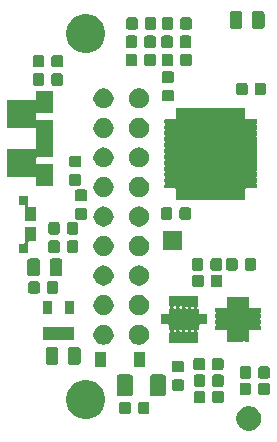
<source format=gbr>
G04 #@! TF.GenerationSoftware,KiCad,Pcbnew,(5.1.5)-3*
G04 #@! TF.CreationDate,2020-06-09T15:55:59-06:00*
G04 #@! TF.ProjectId,CruiseController,43727569-7365-4436-9f6e-74726f6c6c65,rev?*
G04 #@! TF.SameCoordinates,Original*
G04 #@! TF.FileFunction,Soldermask,Bot*
G04 #@! TF.FilePolarity,Negative*
%FSLAX46Y46*%
G04 Gerber Fmt 4.6, Leading zero omitted, Abs format (unit mm)*
G04 Created by KiCad (PCBNEW (5.1.5)-3) date 2020-06-09 15:55:59*
%MOMM*%
%LPD*%
G04 APERTURE LIST*
%ADD10C,0.100000*%
G04 APERTURE END LIST*
D10*
G36*
X119984734Y-105065156D02*
G01*
X120106568Y-105089390D01*
X120236558Y-105143234D01*
X120297835Y-105168616D01*
X120297836Y-105168617D01*
X120467588Y-105282041D01*
X120469973Y-105283635D01*
X120616365Y-105430027D01*
X120731384Y-105602165D01*
X120756766Y-105663442D01*
X120810610Y-105793432D01*
X120851000Y-105996488D01*
X120851000Y-106203512D01*
X120810610Y-106406568D01*
X120756766Y-106536558D01*
X120731384Y-106597835D01*
X120616365Y-106769973D01*
X120469973Y-106916365D01*
X120297835Y-107031384D01*
X120236558Y-107056766D01*
X120106568Y-107110610D01*
X119984734Y-107134844D01*
X119903514Y-107151000D01*
X119696486Y-107151000D01*
X119615266Y-107134844D01*
X119493432Y-107110610D01*
X119363442Y-107056766D01*
X119302165Y-107031384D01*
X119130027Y-106916365D01*
X118983635Y-106769973D01*
X118868616Y-106597835D01*
X118843234Y-106536558D01*
X118789390Y-106406568D01*
X118749000Y-106203512D01*
X118749000Y-105996488D01*
X118789390Y-105793432D01*
X118843234Y-105663442D01*
X118868616Y-105602165D01*
X118983635Y-105430027D01*
X119130027Y-105283635D01*
X119132413Y-105282041D01*
X119302164Y-105168617D01*
X119302165Y-105168616D01*
X119363442Y-105143234D01*
X119493432Y-105089390D01*
X119615266Y-105065156D01*
X119696486Y-105049000D01*
X119903514Y-105049000D01*
X119984734Y-105065156D01*
G37*
G36*
X106481579Y-102912447D02*
G01*
X106782042Y-103036903D01*
X107052451Y-103217585D01*
X107282415Y-103447549D01*
X107463097Y-103717958D01*
X107587553Y-104018421D01*
X107651000Y-104337391D01*
X107651000Y-104662609D01*
X107587553Y-104981579D01*
X107463097Y-105282042D01*
X107282415Y-105552451D01*
X107052451Y-105782415D01*
X106782042Y-105963097D01*
X106481579Y-106087553D01*
X106162609Y-106151000D01*
X105837391Y-106151000D01*
X105518421Y-106087553D01*
X105217958Y-105963097D01*
X104947549Y-105782415D01*
X104717585Y-105552451D01*
X104536903Y-105282042D01*
X104412447Y-104981579D01*
X104349000Y-104662609D01*
X104349000Y-104337391D01*
X104412447Y-104018421D01*
X104536903Y-103717958D01*
X104717585Y-103447549D01*
X104947549Y-103217585D01*
X105217958Y-103036903D01*
X105518421Y-102912447D01*
X105837391Y-102849000D01*
X106162609Y-102849000D01*
X106481579Y-102912447D01*
G37*
G36*
X109657052Y-104678207D02*
G01*
X109693398Y-104689232D01*
X109726901Y-104707140D01*
X109756263Y-104731237D01*
X109780360Y-104760599D01*
X109798268Y-104794102D01*
X109809293Y-104830448D01*
X109813500Y-104873158D01*
X109813500Y-105526842D01*
X109809293Y-105569552D01*
X109798268Y-105605898D01*
X109780360Y-105639401D01*
X109756263Y-105668763D01*
X109726901Y-105692860D01*
X109693398Y-105710768D01*
X109657052Y-105721793D01*
X109614342Y-105726000D01*
X109035658Y-105726000D01*
X108992948Y-105721793D01*
X108956602Y-105710768D01*
X108923099Y-105692860D01*
X108893737Y-105668763D01*
X108869640Y-105639401D01*
X108851732Y-105605898D01*
X108840707Y-105569552D01*
X108836500Y-105526842D01*
X108836500Y-104873158D01*
X108840707Y-104830448D01*
X108851732Y-104794102D01*
X108869640Y-104760599D01*
X108893737Y-104731237D01*
X108923099Y-104707140D01*
X108956602Y-104689232D01*
X108992948Y-104678207D01*
X109035658Y-104674000D01*
X109614342Y-104674000D01*
X109657052Y-104678207D01*
G37*
G36*
X111232052Y-104678207D02*
G01*
X111268398Y-104689232D01*
X111301901Y-104707140D01*
X111331263Y-104731237D01*
X111355360Y-104760599D01*
X111373268Y-104794102D01*
X111384293Y-104830448D01*
X111388500Y-104873158D01*
X111388500Y-105526842D01*
X111384293Y-105569552D01*
X111373268Y-105605898D01*
X111355360Y-105639401D01*
X111331263Y-105668763D01*
X111301901Y-105692860D01*
X111268398Y-105710768D01*
X111232052Y-105721793D01*
X111189342Y-105726000D01*
X110610658Y-105726000D01*
X110567948Y-105721793D01*
X110531602Y-105710768D01*
X110498099Y-105692860D01*
X110468737Y-105668763D01*
X110444640Y-105639401D01*
X110426732Y-105605898D01*
X110415707Y-105569552D01*
X110411500Y-105526842D01*
X110411500Y-104873158D01*
X110415707Y-104830448D01*
X110426732Y-104794102D01*
X110444640Y-104760599D01*
X110468737Y-104731237D01*
X110498099Y-104707140D01*
X110531602Y-104689232D01*
X110567948Y-104678207D01*
X110610658Y-104674000D01*
X111189342Y-104674000D01*
X111232052Y-104678207D01*
G37*
G36*
X115957052Y-103778207D02*
G01*
X115993398Y-103789232D01*
X116026901Y-103807140D01*
X116056263Y-103831237D01*
X116080360Y-103860599D01*
X116098268Y-103894102D01*
X116109293Y-103930448D01*
X116113500Y-103973158D01*
X116113500Y-104626842D01*
X116109293Y-104669552D01*
X116098268Y-104705898D01*
X116080360Y-104739401D01*
X116056263Y-104768763D01*
X116026901Y-104792860D01*
X115993398Y-104810768D01*
X115957052Y-104821793D01*
X115914342Y-104826000D01*
X115335658Y-104826000D01*
X115292948Y-104821793D01*
X115256602Y-104810768D01*
X115223099Y-104792860D01*
X115193737Y-104768763D01*
X115169640Y-104739401D01*
X115151732Y-104705898D01*
X115140707Y-104669552D01*
X115136500Y-104626842D01*
X115136500Y-103973158D01*
X115140707Y-103930448D01*
X115151732Y-103894102D01*
X115169640Y-103860599D01*
X115193737Y-103831237D01*
X115223099Y-103807140D01*
X115256602Y-103789232D01*
X115292948Y-103778207D01*
X115335658Y-103774000D01*
X115914342Y-103774000D01*
X115957052Y-103778207D01*
G37*
G36*
X117532052Y-103778207D02*
G01*
X117568398Y-103789232D01*
X117601901Y-103807140D01*
X117631263Y-103831237D01*
X117655360Y-103860599D01*
X117673268Y-103894102D01*
X117684293Y-103930448D01*
X117688500Y-103973158D01*
X117688500Y-104626842D01*
X117684293Y-104669552D01*
X117673268Y-104705898D01*
X117655360Y-104739401D01*
X117631263Y-104768763D01*
X117601901Y-104792860D01*
X117568398Y-104810768D01*
X117532052Y-104821793D01*
X117489342Y-104826000D01*
X116910658Y-104826000D01*
X116867948Y-104821793D01*
X116831602Y-104810768D01*
X116798099Y-104792860D01*
X116768737Y-104768763D01*
X116744640Y-104739401D01*
X116726732Y-104705898D01*
X116715707Y-104669552D01*
X116711500Y-104626842D01*
X116711500Y-103973158D01*
X116715707Y-103930448D01*
X116726732Y-103894102D01*
X116744640Y-103860599D01*
X116768737Y-103831237D01*
X116798099Y-103807140D01*
X116831602Y-103789232D01*
X116867948Y-103778207D01*
X116910658Y-103774000D01*
X117489342Y-103774000D01*
X117532052Y-103778207D01*
G37*
G36*
X109806554Y-102378518D02*
G01*
X109845931Y-102390463D01*
X109882226Y-102409863D01*
X109914033Y-102435967D01*
X109940137Y-102467774D01*
X109959537Y-102504069D01*
X109971482Y-102543446D01*
X109976000Y-102589317D01*
X109976000Y-104010683D01*
X109971482Y-104056554D01*
X109959537Y-104095931D01*
X109940137Y-104132226D01*
X109914033Y-104164033D01*
X109882226Y-104190137D01*
X109845931Y-104209537D01*
X109806554Y-104221482D01*
X109760683Y-104226000D01*
X108839317Y-104226000D01*
X108793446Y-104221482D01*
X108754069Y-104209537D01*
X108717774Y-104190137D01*
X108685967Y-104164033D01*
X108659863Y-104132226D01*
X108640463Y-104095931D01*
X108628518Y-104056554D01*
X108624000Y-104010683D01*
X108624000Y-102589317D01*
X108628518Y-102543446D01*
X108640463Y-102504069D01*
X108659863Y-102467774D01*
X108685967Y-102435967D01*
X108717774Y-102409863D01*
X108754069Y-102390463D01*
X108793446Y-102378518D01*
X108839317Y-102374000D01*
X109760683Y-102374000D01*
X109806554Y-102378518D01*
G37*
G36*
X112606554Y-102378518D02*
G01*
X112645931Y-102390463D01*
X112682226Y-102409863D01*
X112714033Y-102435967D01*
X112740137Y-102467774D01*
X112759537Y-102504069D01*
X112771482Y-102543446D01*
X112776000Y-102589317D01*
X112776000Y-104010683D01*
X112771482Y-104056554D01*
X112759537Y-104095931D01*
X112740137Y-104132226D01*
X112714033Y-104164033D01*
X112682226Y-104190137D01*
X112645931Y-104209537D01*
X112606554Y-104221482D01*
X112560683Y-104226000D01*
X111639317Y-104226000D01*
X111593446Y-104221482D01*
X111554069Y-104209537D01*
X111517774Y-104190137D01*
X111485967Y-104164033D01*
X111459863Y-104132226D01*
X111440463Y-104095931D01*
X111428518Y-104056554D01*
X111424000Y-104010683D01*
X111424000Y-102589317D01*
X111428518Y-102543446D01*
X111440463Y-102504069D01*
X111459863Y-102467774D01*
X111485967Y-102435967D01*
X111517774Y-102409863D01*
X111554069Y-102390463D01*
X111593446Y-102378518D01*
X111639317Y-102374000D01*
X112560683Y-102374000D01*
X112606554Y-102378518D01*
G37*
G36*
X121419552Y-103078207D02*
G01*
X121455898Y-103089232D01*
X121489401Y-103107140D01*
X121518763Y-103131237D01*
X121542860Y-103160599D01*
X121560768Y-103194102D01*
X121571793Y-103230448D01*
X121576000Y-103273158D01*
X121576000Y-103926842D01*
X121571793Y-103969552D01*
X121560768Y-104005898D01*
X121542860Y-104039401D01*
X121518763Y-104068763D01*
X121489401Y-104092860D01*
X121455898Y-104110768D01*
X121419552Y-104121793D01*
X121376842Y-104126000D01*
X120798158Y-104126000D01*
X120755448Y-104121793D01*
X120719102Y-104110768D01*
X120685599Y-104092860D01*
X120656237Y-104068763D01*
X120632140Y-104039401D01*
X120614232Y-104005898D01*
X120603207Y-103969552D01*
X120599000Y-103926842D01*
X120599000Y-103273158D01*
X120603207Y-103230448D01*
X120614232Y-103194102D01*
X120632140Y-103160599D01*
X120656237Y-103131237D01*
X120685599Y-103107140D01*
X120719102Y-103089232D01*
X120755448Y-103078207D01*
X120798158Y-103074000D01*
X121376842Y-103074000D01*
X121419552Y-103078207D01*
G37*
G36*
X119844552Y-103078207D02*
G01*
X119880898Y-103089232D01*
X119914401Y-103107140D01*
X119943763Y-103131237D01*
X119967860Y-103160599D01*
X119985768Y-103194102D01*
X119996793Y-103230448D01*
X120001000Y-103273158D01*
X120001000Y-103926842D01*
X119996793Y-103969552D01*
X119985768Y-104005898D01*
X119967860Y-104039401D01*
X119943763Y-104068763D01*
X119914401Y-104092860D01*
X119880898Y-104110768D01*
X119844552Y-104121793D01*
X119801842Y-104126000D01*
X119223158Y-104126000D01*
X119180448Y-104121793D01*
X119144102Y-104110768D01*
X119110599Y-104092860D01*
X119081237Y-104068763D01*
X119057140Y-104039401D01*
X119039232Y-104005898D01*
X119028207Y-103969552D01*
X119024000Y-103926842D01*
X119024000Y-103273158D01*
X119028207Y-103230448D01*
X119039232Y-103194102D01*
X119057140Y-103160599D01*
X119081237Y-103131237D01*
X119110599Y-103107140D01*
X119144102Y-103089232D01*
X119180448Y-103078207D01*
X119223158Y-103074000D01*
X119801842Y-103074000D01*
X119844552Y-103078207D01*
G37*
G36*
X114169552Y-102790707D02*
G01*
X114205898Y-102801732D01*
X114239401Y-102819640D01*
X114268763Y-102843737D01*
X114292860Y-102873099D01*
X114310768Y-102906602D01*
X114321793Y-102942948D01*
X114326000Y-102985658D01*
X114326000Y-103564342D01*
X114321793Y-103607052D01*
X114310768Y-103643398D01*
X114292860Y-103676901D01*
X114268763Y-103706263D01*
X114239401Y-103730360D01*
X114205898Y-103748268D01*
X114169552Y-103759293D01*
X114126842Y-103763500D01*
X113473158Y-103763500D01*
X113430448Y-103759293D01*
X113394102Y-103748268D01*
X113360599Y-103730360D01*
X113331237Y-103706263D01*
X113307140Y-103676901D01*
X113289232Y-103643398D01*
X113278207Y-103607052D01*
X113274000Y-103564342D01*
X113274000Y-102985658D01*
X113278207Y-102942948D01*
X113289232Y-102906602D01*
X113307140Y-102873099D01*
X113331237Y-102843737D01*
X113360599Y-102819640D01*
X113394102Y-102801732D01*
X113430448Y-102790707D01*
X113473158Y-102786500D01*
X114126842Y-102786500D01*
X114169552Y-102790707D01*
G37*
G36*
X115944552Y-102378207D02*
G01*
X115980898Y-102389232D01*
X116014401Y-102407140D01*
X116043763Y-102431237D01*
X116067860Y-102460599D01*
X116085768Y-102494102D01*
X116096793Y-102530448D01*
X116101000Y-102573158D01*
X116101000Y-103226842D01*
X116096793Y-103269552D01*
X116085768Y-103305898D01*
X116067860Y-103339401D01*
X116043763Y-103368763D01*
X116014401Y-103392860D01*
X115980898Y-103410768D01*
X115944552Y-103421793D01*
X115901842Y-103426000D01*
X115323158Y-103426000D01*
X115280448Y-103421793D01*
X115244102Y-103410768D01*
X115210599Y-103392860D01*
X115181237Y-103368763D01*
X115157140Y-103339401D01*
X115139232Y-103305898D01*
X115128207Y-103269552D01*
X115124000Y-103226842D01*
X115124000Y-102573158D01*
X115128207Y-102530448D01*
X115139232Y-102494102D01*
X115157140Y-102460599D01*
X115181237Y-102431237D01*
X115210599Y-102407140D01*
X115244102Y-102389232D01*
X115280448Y-102378207D01*
X115323158Y-102374000D01*
X115901842Y-102374000D01*
X115944552Y-102378207D01*
G37*
G36*
X117519552Y-102378207D02*
G01*
X117555898Y-102389232D01*
X117589401Y-102407140D01*
X117618763Y-102431237D01*
X117642860Y-102460599D01*
X117660768Y-102494102D01*
X117671793Y-102530448D01*
X117676000Y-102573158D01*
X117676000Y-103226842D01*
X117671793Y-103269552D01*
X117660768Y-103305898D01*
X117642860Y-103339401D01*
X117618763Y-103368763D01*
X117589401Y-103392860D01*
X117555898Y-103410768D01*
X117519552Y-103421793D01*
X117476842Y-103426000D01*
X116898158Y-103426000D01*
X116855448Y-103421793D01*
X116819102Y-103410768D01*
X116785599Y-103392860D01*
X116756237Y-103368763D01*
X116732140Y-103339401D01*
X116714232Y-103305898D01*
X116703207Y-103269552D01*
X116699000Y-103226842D01*
X116699000Y-102573158D01*
X116703207Y-102530448D01*
X116714232Y-102494102D01*
X116732140Y-102460599D01*
X116756237Y-102431237D01*
X116785599Y-102407140D01*
X116819102Y-102389232D01*
X116855448Y-102378207D01*
X116898158Y-102374000D01*
X117476842Y-102374000D01*
X117519552Y-102378207D01*
G37*
G36*
X121419552Y-101678207D02*
G01*
X121455898Y-101689232D01*
X121489401Y-101707140D01*
X121518763Y-101731237D01*
X121542860Y-101760599D01*
X121560768Y-101794102D01*
X121571793Y-101830448D01*
X121576000Y-101873158D01*
X121576000Y-102526842D01*
X121571793Y-102569552D01*
X121560768Y-102605898D01*
X121542860Y-102639401D01*
X121518763Y-102668763D01*
X121489401Y-102692860D01*
X121455898Y-102710768D01*
X121419552Y-102721793D01*
X121376842Y-102726000D01*
X120798158Y-102726000D01*
X120755448Y-102721793D01*
X120719102Y-102710768D01*
X120685599Y-102692860D01*
X120656237Y-102668763D01*
X120632140Y-102639401D01*
X120614232Y-102605898D01*
X120603207Y-102569552D01*
X120599000Y-102526842D01*
X120599000Y-101873158D01*
X120603207Y-101830448D01*
X120614232Y-101794102D01*
X120632140Y-101760599D01*
X120656237Y-101731237D01*
X120685599Y-101707140D01*
X120719102Y-101689232D01*
X120755448Y-101678207D01*
X120798158Y-101674000D01*
X121376842Y-101674000D01*
X121419552Y-101678207D01*
G37*
G36*
X119844552Y-101678207D02*
G01*
X119880898Y-101689232D01*
X119914401Y-101707140D01*
X119943763Y-101731237D01*
X119967860Y-101760599D01*
X119985768Y-101794102D01*
X119996793Y-101830448D01*
X120001000Y-101873158D01*
X120001000Y-102526842D01*
X119996793Y-102569552D01*
X119985768Y-102605898D01*
X119967860Y-102639401D01*
X119943763Y-102668763D01*
X119914401Y-102692860D01*
X119880898Y-102710768D01*
X119844552Y-102721793D01*
X119801842Y-102726000D01*
X119223158Y-102726000D01*
X119180448Y-102721793D01*
X119144102Y-102710768D01*
X119110599Y-102692860D01*
X119081237Y-102668763D01*
X119057140Y-102639401D01*
X119039232Y-102605898D01*
X119028207Y-102569552D01*
X119024000Y-102526842D01*
X119024000Y-101873158D01*
X119028207Y-101830448D01*
X119039232Y-101794102D01*
X119057140Y-101760599D01*
X119081237Y-101731237D01*
X119110599Y-101707140D01*
X119144102Y-101689232D01*
X119180448Y-101678207D01*
X119223158Y-101674000D01*
X119801842Y-101674000D01*
X119844552Y-101678207D01*
G37*
G36*
X114169552Y-101215707D02*
G01*
X114205898Y-101226732D01*
X114239401Y-101244640D01*
X114268763Y-101268737D01*
X114292860Y-101298099D01*
X114310768Y-101331602D01*
X114321793Y-101367948D01*
X114326000Y-101410658D01*
X114326000Y-101989342D01*
X114321793Y-102032052D01*
X114310768Y-102068398D01*
X114292860Y-102101901D01*
X114268763Y-102131263D01*
X114239401Y-102155360D01*
X114205898Y-102173268D01*
X114169552Y-102184293D01*
X114126842Y-102188500D01*
X113473158Y-102188500D01*
X113430448Y-102184293D01*
X113394102Y-102173268D01*
X113360599Y-102155360D01*
X113331237Y-102131263D01*
X113307140Y-102101901D01*
X113289232Y-102068398D01*
X113278207Y-102032052D01*
X113274000Y-101989342D01*
X113274000Y-101410658D01*
X113278207Y-101367948D01*
X113289232Y-101331602D01*
X113307140Y-101298099D01*
X113331237Y-101268737D01*
X113360599Y-101244640D01*
X113394102Y-101226732D01*
X113430448Y-101215707D01*
X113473158Y-101211500D01*
X114126842Y-101211500D01*
X114169552Y-101215707D01*
G37*
G36*
X117507052Y-100978207D02*
G01*
X117543398Y-100989232D01*
X117576901Y-101007140D01*
X117606263Y-101031237D01*
X117630360Y-101060599D01*
X117648268Y-101094102D01*
X117659293Y-101130448D01*
X117663500Y-101173158D01*
X117663500Y-101826842D01*
X117659293Y-101869552D01*
X117648268Y-101905898D01*
X117630360Y-101939401D01*
X117606263Y-101968763D01*
X117576901Y-101992860D01*
X117543398Y-102010768D01*
X117507052Y-102021793D01*
X117464342Y-102026000D01*
X116885658Y-102026000D01*
X116842948Y-102021793D01*
X116806602Y-102010768D01*
X116773099Y-101992860D01*
X116743737Y-101968763D01*
X116719640Y-101939401D01*
X116701732Y-101905898D01*
X116690707Y-101869552D01*
X116686500Y-101826842D01*
X116686500Y-101173158D01*
X116690707Y-101130448D01*
X116701732Y-101094102D01*
X116719640Y-101060599D01*
X116743737Y-101031237D01*
X116773099Y-101007140D01*
X116806602Y-100989232D01*
X116842948Y-100978207D01*
X116885658Y-100974000D01*
X117464342Y-100974000D01*
X117507052Y-100978207D01*
G37*
G36*
X115932052Y-100978207D02*
G01*
X115968398Y-100989232D01*
X116001901Y-101007140D01*
X116031263Y-101031237D01*
X116055360Y-101060599D01*
X116073268Y-101094102D01*
X116084293Y-101130448D01*
X116088500Y-101173158D01*
X116088500Y-101826842D01*
X116084293Y-101869552D01*
X116073268Y-101905898D01*
X116055360Y-101939401D01*
X116031263Y-101968763D01*
X116001901Y-101992860D01*
X115968398Y-102010768D01*
X115932052Y-102021793D01*
X115889342Y-102026000D01*
X115310658Y-102026000D01*
X115267948Y-102021793D01*
X115231602Y-102010768D01*
X115198099Y-101992860D01*
X115168737Y-101968763D01*
X115144640Y-101939401D01*
X115126732Y-101905898D01*
X115115707Y-101869552D01*
X115111500Y-101826842D01*
X115111500Y-101173158D01*
X115115707Y-101130448D01*
X115126732Y-101094102D01*
X115144640Y-101060599D01*
X115168737Y-101031237D01*
X115198099Y-101007140D01*
X115231602Y-100989232D01*
X115267948Y-100978207D01*
X115310658Y-100974000D01*
X115889342Y-100974000D01*
X115932052Y-100978207D01*
G37*
G36*
X107751000Y-101751000D02*
G01*
X106749000Y-101751000D01*
X106749000Y-100449000D01*
X107751000Y-100449000D01*
X107751000Y-101751000D01*
G37*
G36*
X111051000Y-101751000D02*
G01*
X110049000Y-101751000D01*
X110049000Y-100449000D01*
X111051000Y-100449000D01*
X111051000Y-101751000D01*
G37*
G36*
X105386932Y-100053688D02*
G01*
X105427969Y-100066136D01*
X105465788Y-100086351D01*
X105498941Y-100113559D01*
X105526149Y-100146712D01*
X105546364Y-100184531D01*
X105558812Y-100225568D01*
X105563500Y-100273167D01*
X105563500Y-101326833D01*
X105558812Y-101374432D01*
X105546364Y-101415469D01*
X105526149Y-101453288D01*
X105498941Y-101486441D01*
X105465788Y-101513649D01*
X105427969Y-101533864D01*
X105386932Y-101546312D01*
X105339333Y-101551000D01*
X104710667Y-101551000D01*
X104663068Y-101546312D01*
X104622031Y-101533864D01*
X104584212Y-101513649D01*
X104551059Y-101486441D01*
X104523851Y-101453288D01*
X104503636Y-101415469D01*
X104491188Y-101374432D01*
X104486500Y-101326833D01*
X104486500Y-100273167D01*
X104491188Y-100225568D01*
X104503636Y-100184531D01*
X104523851Y-100146712D01*
X104551059Y-100113559D01*
X104584212Y-100086351D01*
X104622031Y-100066136D01*
X104663068Y-100053688D01*
X104710667Y-100049000D01*
X105339333Y-100049000D01*
X105386932Y-100053688D01*
G37*
G36*
X103511932Y-100053688D02*
G01*
X103552969Y-100066136D01*
X103590788Y-100086351D01*
X103623941Y-100113559D01*
X103651149Y-100146712D01*
X103671364Y-100184531D01*
X103683812Y-100225568D01*
X103688500Y-100273167D01*
X103688500Y-101326833D01*
X103683812Y-101374432D01*
X103671364Y-101415469D01*
X103651149Y-101453288D01*
X103623941Y-101486441D01*
X103590788Y-101513649D01*
X103552969Y-101533864D01*
X103511932Y-101546312D01*
X103464333Y-101551000D01*
X102835667Y-101551000D01*
X102788068Y-101546312D01*
X102747031Y-101533864D01*
X102709212Y-101513649D01*
X102676059Y-101486441D01*
X102648851Y-101453288D01*
X102628636Y-101415469D01*
X102616188Y-101374432D01*
X102611500Y-101326833D01*
X102611500Y-100273167D01*
X102616188Y-100225568D01*
X102628636Y-100184531D01*
X102648851Y-100146712D01*
X102676059Y-100113559D01*
X102709212Y-100086351D01*
X102747031Y-100066136D01*
X102788068Y-100053688D01*
X102835667Y-100049000D01*
X103464333Y-100049000D01*
X103511932Y-100053688D01*
G37*
G36*
X107628324Y-98157853D02*
G01*
X107748228Y-98181703D01*
X107903100Y-98245853D01*
X108042481Y-98338985D01*
X108161015Y-98457519D01*
X108254147Y-98596900D01*
X108318297Y-98751772D01*
X108328982Y-98805491D01*
X108343743Y-98879697D01*
X108351000Y-98916184D01*
X108351000Y-99083816D01*
X108318297Y-99248228D01*
X108254147Y-99403100D01*
X108161015Y-99542481D01*
X108042481Y-99661015D01*
X107903100Y-99754147D01*
X107748228Y-99818297D01*
X107649581Y-99837919D01*
X107583818Y-99851000D01*
X107416182Y-99851000D01*
X107350419Y-99837919D01*
X107251772Y-99818297D01*
X107096900Y-99754147D01*
X106957519Y-99661015D01*
X106838985Y-99542481D01*
X106745853Y-99403100D01*
X106681703Y-99248228D01*
X106649000Y-99083816D01*
X106649000Y-98916184D01*
X106656258Y-98879697D01*
X106671018Y-98805491D01*
X106681703Y-98751772D01*
X106745853Y-98596900D01*
X106838985Y-98457519D01*
X106957519Y-98338985D01*
X107096900Y-98245853D01*
X107251772Y-98181703D01*
X107371676Y-98157853D01*
X107416182Y-98149000D01*
X107583818Y-98149000D01*
X107628324Y-98157853D01*
G37*
G36*
X110628324Y-98157853D02*
G01*
X110748228Y-98181703D01*
X110903100Y-98245853D01*
X111042481Y-98338985D01*
X111161015Y-98457519D01*
X111254147Y-98596900D01*
X111318297Y-98751772D01*
X111328982Y-98805491D01*
X111343743Y-98879697D01*
X111351000Y-98916184D01*
X111351000Y-99083816D01*
X111318297Y-99248228D01*
X111254147Y-99403100D01*
X111161015Y-99542481D01*
X111042481Y-99661015D01*
X110903100Y-99754147D01*
X110748228Y-99818297D01*
X110649581Y-99837919D01*
X110583818Y-99851000D01*
X110416182Y-99851000D01*
X110350419Y-99837919D01*
X110251772Y-99818297D01*
X110096900Y-99754147D01*
X109957519Y-99661015D01*
X109838985Y-99542481D01*
X109745853Y-99403100D01*
X109681703Y-99248228D01*
X109649000Y-99083816D01*
X109649000Y-98916184D01*
X109656258Y-98879697D01*
X109671018Y-98805491D01*
X109681703Y-98751772D01*
X109745853Y-98596900D01*
X109838985Y-98457519D01*
X109957519Y-98338985D01*
X110096900Y-98245853D01*
X110251772Y-98181703D01*
X110371676Y-98157853D01*
X110416182Y-98149000D01*
X110583818Y-98149000D01*
X110628324Y-98157853D01*
G37*
G36*
X115305444Y-95729520D02*
G01*
X115315220Y-95730000D01*
X115510000Y-95730000D01*
X115510000Y-96520315D01*
X115506961Y-96551167D01*
X115506960Y-96551169D01*
X115506960Y-96551170D01*
X115497057Y-96583818D01*
X115494953Y-96590752D01*
X115475453Y-96627234D01*
X115449211Y-96659211D01*
X115449202Y-96659219D01*
X115448100Y-96660561D01*
X115437209Y-96676861D01*
X115429707Y-96694972D01*
X115425883Y-96714198D01*
X115425882Y-96733801D01*
X115429707Y-96753028D01*
X115437208Y-96771139D01*
X115448099Y-96787439D01*
X115461960Y-96801301D01*
X115478260Y-96812192D01*
X115496371Y-96819694D01*
X115515597Y-96823518D01*
X115525400Y-96824000D01*
X115551000Y-96824000D01*
X115551000Y-97159001D01*
X115552921Y-97178510D01*
X115558612Y-97197269D01*
X115567853Y-97214557D01*
X115580289Y-97229711D01*
X115595443Y-97242147D01*
X115612731Y-97251388D01*
X115631490Y-97257079D01*
X115650999Y-97259000D01*
X116251000Y-97259000D01*
X116251000Y-98141000D01*
X115650999Y-98141000D01*
X115631490Y-98142921D01*
X115612731Y-98148612D01*
X115595443Y-98157853D01*
X115580289Y-98170289D01*
X115567853Y-98185443D01*
X115558612Y-98202731D01*
X115552921Y-98221490D01*
X115551000Y-98240999D01*
X115551000Y-98576000D01*
X115525400Y-98576000D01*
X115505891Y-98577921D01*
X115487132Y-98583612D01*
X115469844Y-98592853D01*
X115454690Y-98605289D01*
X115442254Y-98620443D01*
X115433013Y-98637731D01*
X115427322Y-98656490D01*
X115425401Y-98675999D01*
X115427322Y-98695508D01*
X115433013Y-98714267D01*
X115442254Y-98731555D01*
X115448100Y-98739439D01*
X115449202Y-98740781D01*
X115449211Y-98740789D01*
X115475453Y-98772766D01*
X115494953Y-98809248D01*
X115506961Y-98848833D01*
X115510000Y-98879685D01*
X115510000Y-99670000D01*
X115315220Y-99670000D01*
X115305443Y-99670480D01*
X115300000Y-99671016D01*
X115294556Y-99670480D01*
X115284780Y-99670000D01*
X114815220Y-99670000D01*
X114805443Y-99670480D01*
X114800000Y-99671016D01*
X114794556Y-99670480D01*
X114784780Y-99670000D01*
X114315220Y-99670000D01*
X114305443Y-99670480D01*
X114300000Y-99671016D01*
X114294556Y-99670480D01*
X114284780Y-99670000D01*
X113815220Y-99670000D01*
X113805443Y-99670480D01*
X113800000Y-99671016D01*
X113794556Y-99670480D01*
X113784780Y-99670000D01*
X113315220Y-99670000D01*
X113305443Y-99670480D01*
X113300000Y-99671016D01*
X113294556Y-99670480D01*
X113284780Y-99670000D01*
X113090000Y-99670000D01*
X113090000Y-99150011D01*
X113090001Y-99150001D01*
X113090001Y-98879685D01*
X113093040Y-98848833D01*
X113105048Y-98809248D01*
X113124548Y-98772766D01*
X113150790Y-98740789D01*
X113150799Y-98740781D01*
X113151901Y-98739439D01*
X113162792Y-98723139D01*
X113170294Y-98705028D01*
X113174118Y-98685802D01*
X113174118Y-98675999D01*
X113425401Y-98675999D01*
X113427322Y-98695508D01*
X113433013Y-98714267D01*
X113442254Y-98731555D01*
X113448100Y-98739438D01*
X113449204Y-98740783D01*
X113449211Y-98740789D01*
X113472708Y-98769421D01*
X113486562Y-98783274D01*
X113502861Y-98794165D01*
X113520972Y-98801667D01*
X113540199Y-98805492D01*
X113559802Y-98805491D01*
X113579028Y-98801667D01*
X113597139Y-98794165D01*
X113613439Y-98783274D01*
X113627300Y-98769413D01*
X113650790Y-98740789D01*
X113650796Y-98740784D01*
X113651900Y-98739439D01*
X113662791Y-98723140D01*
X113670293Y-98705029D01*
X113674118Y-98685803D01*
X113674118Y-98675999D01*
X113925401Y-98675999D01*
X113927322Y-98695508D01*
X113933013Y-98714267D01*
X113942254Y-98731555D01*
X113948100Y-98739438D01*
X113949204Y-98740783D01*
X113949211Y-98740789D01*
X113972708Y-98769421D01*
X113986562Y-98783274D01*
X114002861Y-98794165D01*
X114020972Y-98801667D01*
X114040199Y-98805492D01*
X114059802Y-98805491D01*
X114079028Y-98801667D01*
X114097139Y-98794165D01*
X114113439Y-98783274D01*
X114127300Y-98769413D01*
X114150790Y-98740789D01*
X114150796Y-98740784D01*
X114151900Y-98739439D01*
X114162791Y-98723140D01*
X114170293Y-98705029D01*
X114174118Y-98685803D01*
X114174118Y-98675999D01*
X114425401Y-98675999D01*
X114427322Y-98695508D01*
X114433013Y-98714267D01*
X114442254Y-98731555D01*
X114448100Y-98739438D01*
X114449204Y-98740783D01*
X114449211Y-98740789D01*
X114472708Y-98769421D01*
X114486562Y-98783274D01*
X114502861Y-98794165D01*
X114520972Y-98801667D01*
X114540199Y-98805492D01*
X114559802Y-98805491D01*
X114579028Y-98801667D01*
X114597139Y-98794165D01*
X114613439Y-98783274D01*
X114627300Y-98769413D01*
X114650790Y-98740789D01*
X114650796Y-98740784D01*
X114651900Y-98739439D01*
X114662791Y-98723140D01*
X114670293Y-98705029D01*
X114674118Y-98685803D01*
X114674118Y-98675999D01*
X114925401Y-98675999D01*
X114927322Y-98695508D01*
X114933013Y-98714267D01*
X114942254Y-98731555D01*
X114948100Y-98739438D01*
X114949204Y-98740783D01*
X114949211Y-98740789D01*
X114972708Y-98769421D01*
X114986562Y-98783274D01*
X115002861Y-98794165D01*
X115020972Y-98801667D01*
X115040199Y-98805492D01*
X115059802Y-98805491D01*
X115079028Y-98801667D01*
X115097139Y-98794165D01*
X115113439Y-98783274D01*
X115127300Y-98769413D01*
X115150790Y-98740789D01*
X115150796Y-98740784D01*
X115151900Y-98739439D01*
X115162791Y-98723140D01*
X115170293Y-98705029D01*
X115174118Y-98685803D01*
X115174119Y-98666200D01*
X115170295Y-98646973D01*
X115162793Y-98628862D01*
X115151903Y-98612562D01*
X115138041Y-98598700D01*
X115121742Y-98587809D01*
X115103631Y-98580307D01*
X115084405Y-98576482D01*
X115074601Y-98576000D01*
X115025400Y-98576000D01*
X115005891Y-98577921D01*
X114987132Y-98583612D01*
X114969844Y-98592853D01*
X114954690Y-98605289D01*
X114942254Y-98620443D01*
X114933013Y-98637731D01*
X114927322Y-98656490D01*
X114925401Y-98675999D01*
X114674118Y-98675999D01*
X114674119Y-98666200D01*
X114670295Y-98646973D01*
X114662793Y-98628862D01*
X114651903Y-98612562D01*
X114638041Y-98598700D01*
X114621742Y-98587809D01*
X114603631Y-98580307D01*
X114584405Y-98576482D01*
X114574601Y-98576000D01*
X114525400Y-98576000D01*
X114505891Y-98577921D01*
X114487132Y-98583612D01*
X114469844Y-98592853D01*
X114454690Y-98605289D01*
X114442254Y-98620443D01*
X114433013Y-98637731D01*
X114427322Y-98656490D01*
X114425401Y-98675999D01*
X114174118Y-98675999D01*
X114174119Y-98666200D01*
X114170295Y-98646973D01*
X114162793Y-98628862D01*
X114151903Y-98612562D01*
X114138041Y-98598700D01*
X114121742Y-98587809D01*
X114103631Y-98580307D01*
X114084405Y-98576482D01*
X114074601Y-98576000D01*
X114025400Y-98576000D01*
X114005891Y-98577921D01*
X113987132Y-98583612D01*
X113969844Y-98592853D01*
X113954690Y-98605289D01*
X113942254Y-98620443D01*
X113933013Y-98637731D01*
X113927322Y-98656490D01*
X113925401Y-98675999D01*
X113674118Y-98675999D01*
X113674119Y-98666200D01*
X113670295Y-98646973D01*
X113662793Y-98628862D01*
X113651903Y-98612562D01*
X113638041Y-98598700D01*
X113621742Y-98587809D01*
X113603631Y-98580307D01*
X113584405Y-98576482D01*
X113574601Y-98576000D01*
X113525400Y-98576000D01*
X113505891Y-98577921D01*
X113487132Y-98583612D01*
X113469844Y-98592853D01*
X113454690Y-98605289D01*
X113442254Y-98620443D01*
X113433013Y-98637731D01*
X113427322Y-98656490D01*
X113425401Y-98675999D01*
X113174118Y-98675999D01*
X113174119Y-98666199D01*
X113170294Y-98646972D01*
X113162793Y-98628861D01*
X113151902Y-98612561D01*
X113138041Y-98598699D01*
X113121741Y-98587808D01*
X113103630Y-98580306D01*
X113084404Y-98576482D01*
X113074601Y-98576000D01*
X113049000Y-98576000D01*
X113049000Y-98240999D01*
X113047079Y-98221490D01*
X113041388Y-98202731D01*
X113032147Y-98185443D01*
X113019711Y-98170289D01*
X113004557Y-98157853D01*
X112987269Y-98148612D01*
X112968510Y-98142921D01*
X112949001Y-98141000D01*
X112349000Y-98141000D01*
X112349000Y-97259000D01*
X112949001Y-97259000D01*
X112968510Y-97257079D01*
X112987269Y-97251388D01*
X113004557Y-97242147D01*
X113019711Y-97229711D01*
X113032147Y-97214557D01*
X113041388Y-97197269D01*
X113047079Y-97178510D01*
X113049000Y-97159001D01*
X113049000Y-96824000D01*
X113074600Y-96824000D01*
X113094109Y-96822079D01*
X113112868Y-96816388D01*
X113130156Y-96807147D01*
X113145310Y-96794711D01*
X113157746Y-96779557D01*
X113166987Y-96762269D01*
X113172678Y-96743510D01*
X113173633Y-96733802D01*
X113425882Y-96733802D01*
X113429707Y-96753029D01*
X113437209Y-96771140D01*
X113448100Y-96787439D01*
X113461961Y-96801301D01*
X113478261Y-96812192D01*
X113496372Y-96819694D01*
X113515598Y-96823518D01*
X113525400Y-96824000D01*
X113574600Y-96824000D01*
X113594109Y-96822079D01*
X113612868Y-96816388D01*
X113630156Y-96807147D01*
X113645310Y-96794711D01*
X113657746Y-96779557D01*
X113666987Y-96762269D01*
X113672678Y-96743510D01*
X113673633Y-96733802D01*
X113925882Y-96733802D01*
X113929707Y-96753029D01*
X113937209Y-96771140D01*
X113948100Y-96787439D01*
X113961961Y-96801301D01*
X113978261Y-96812192D01*
X113996372Y-96819694D01*
X114015598Y-96823518D01*
X114025400Y-96824000D01*
X114074600Y-96824000D01*
X114094109Y-96822079D01*
X114112868Y-96816388D01*
X114130156Y-96807147D01*
X114145310Y-96794711D01*
X114157746Y-96779557D01*
X114166987Y-96762269D01*
X114172678Y-96743510D01*
X114173633Y-96733802D01*
X114425882Y-96733802D01*
X114429707Y-96753029D01*
X114437209Y-96771140D01*
X114448100Y-96787439D01*
X114461961Y-96801301D01*
X114478261Y-96812192D01*
X114496372Y-96819694D01*
X114515598Y-96823518D01*
X114525400Y-96824000D01*
X114574600Y-96824000D01*
X114594109Y-96822079D01*
X114612868Y-96816388D01*
X114630156Y-96807147D01*
X114645310Y-96794711D01*
X114657746Y-96779557D01*
X114666987Y-96762269D01*
X114672678Y-96743510D01*
X114673633Y-96733802D01*
X114925882Y-96733802D01*
X114929707Y-96753029D01*
X114937209Y-96771140D01*
X114948100Y-96787439D01*
X114961961Y-96801301D01*
X114978261Y-96812192D01*
X114996372Y-96819694D01*
X115015598Y-96823518D01*
X115025400Y-96824000D01*
X115074600Y-96824000D01*
X115094109Y-96822079D01*
X115112868Y-96816388D01*
X115130156Y-96807147D01*
X115145310Y-96794711D01*
X115157746Y-96779557D01*
X115166987Y-96762269D01*
X115172678Y-96743510D01*
X115174599Y-96724001D01*
X115172678Y-96704492D01*
X115166987Y-96685733D01*
X115157746Y-96668445D01*
X115151900Y-96660562D01*
X115150796Y-96659217D01*
X115150789Y-96659211D01*
X115127297Y-96630584D01*
X115113438Y-96616726D01*
X115097139Y-96605835D01*
X115079028Y-96598333D01*
X115059801Y-96594508D01*
X115040198Y-96594509D01*
X115020972Y-96598333D01*
X115002861Y-96605835D01*
X114986561Y-96616726D01*
X114972708Y-96630579D01*
X114949211Y-96659211D01*
X114949204Y-96659217D01*
X114948100Y-96660562D01*
X114937209Y-96676862D01*
X114929707Y-96694973D01*
X114925883Y-96714199D01*
X114925882Y-96733802D01*
X114673633Y-96733802D01*
X114674599Y-96724001D01*
X114672678Y-96704492D01*
X114666987Y-96685733D01*
X114657746Y-96668445D01*
X114651900Y-96660562D01*
X114650796Y-96659217D01*
X114650789Y-96659211D01*
X114627297Y-96630584D01*
X114613438Y-96616726D01*
X114597139Y-96605835D01*
X114579028Y-96598333D01*
X114559801Y-96594508D01*
X114540198Y-96594509D01*
X114520972Y-96598333D01*
X114502861Y-96605835D01*
X114486561Y-96616726D01*
X114472708Y-96630579D01*
X114449211Y-96659211D01*
X114449204Y-96659217D01*
X114448100Y-96660562D01*
X114437209Y-96676862D01*
X114429707Y-96694973D01*
X114425883Y-96714199D01*
X114425882Y-96733802D01*
X114173633Y-96733802D01*
X114174599Y-96724001D01*
X114172678Y-96704492D01*
X114166987Y-96685733D01*
X114157746Y-96668445D01*
X114151900Y-96660562D01*
X114150796Y-96659217D01*
X114150789Y-96659211D01*
X114127297Y-96630584D01*
X114113438Y-96616726D01*
X114097139Y-96605835D01*
X114079028Y-96598333D01*
X114059801Y-96594508D01*
X114040198Y-96594509D01*
X114020972Y-96598333D01*
X114002861Y-96605835D01*
X113986561Y-96616726D01*
X113972708Y-96630579D01*
X113949211Y-96659211D01*
X113949204Y-96659217D01*
X113948100Y-96660562D01*
X113937209Y-96676862D01*
X113929707Y-96694973D01*
X113925883Y-96714199D01*
X113925882Y-96733802D01*
X113673633Y-96733802D01*
X113674599Y-96724001D01*
X113672678Y-96704492D01*
X113666987Y-96685733D01*
X113657746Y-96668445D01*
X113651900Y-96660562D01*
X113650796Y-96659217D01*
X113650789Y-96659211D01*
X113627297Y-96630584D01*
X113613438Y-96616726D01*
X113597139Y-96605835D01*
X113579028Y-96598333D01*
X113559801Y-96594508D01*
X113540198Y-96594509D01*
X113520972Y-96598333D01*
X113502861Y-96605835D01*
X113486561Y-96616726D01*
X113472708Y-96630579D01*
X113449211Y-96659211D01*
X113449204Y-96659217D01*
X113448100Y-96660562D01*
X113437209Y-96676862D01*
X113429707Y-96694973D01*
X113425883Y-96714199D01*
X113425882Y-96733802D01*
X113173633Y-96733802D01*
X113174599Y-96724001D01*
X113172678Y-96704492D01*
X113166987Y-96685733D01*
X113151900Y-96660562D01*
X113150796Y-96659217D01*
X113150789Y-96659211D01*
X113124547Y-96627233D01*
X113105047Y-96590751D01*
X113093039Y-96551166D01*
X113090000Y-96520314D01*
X113090000Y-95730000D01*
X113284780Y-95730000D01*
X113294557Y-95729520D01*
X113300000Y-95728984D01*
X113305444Y-95729520D01*
X113315220Y-95730000D01*
X113784780Y-95730000D01*
X113794557Y-95729520D01*
X113800000Y-95728984D01*
X113805444Y-95729520D01*
X113815220Y-95730000D01*
X114284780Y-95730000D01*
X114294557Y-95729520D01*
X114300000Y-95728984D01*
X114305444Y-95729520D01*
X114315220Y-95730000D01*
X114784780Y-95730000D01*
X114794557Y-95729520D01*
X114800000Y-95728984D01*
X114805444Y-95729520D01*
X114815220Y-95730000D01*
X115284780Y-95730000D01*
X115294557Y-95729520D01*
X115300000Y-95728984D01*
X115305444Y-95729520D01*
G37*
G36*
X118295317Y-95775204D02*
G01*
X118302356Y-95777340D01*
X118308844Y-95780807D01*
X118314527Y-95785472D01*
X118322699Y-95795429D01*
X118336561Y-95809291D01*
X118352860Y-95820182D01*
X118370971Y-95827684D01*
X118390198Y-95831508D01*
X118409801Y-95831509D01*
X118429028Y-95827684D01*
X118447139Y-95820182D01*
X118463438Y-95809292D01*
X118477301Y-95795429D01*
X118485473Y-95785472D01*
X118491156Y-95780807D01*
X118497644Y-95777340D01*
X118504683Y-95775204D01*
X118516910Y-95774000D01*
X118783090Y-95774000D01*
X118795317Y-95775204D01*
X118802356Y-95777340D01*
X118808844Y-95780807D01*
X118814527Y-95785472D01*
X118822699Y-95795429D01*
X118836561Y-95809291D01*
X118852860Y-95820182D01*
X118870971Y-95827684D01*
X118890198Y-95831508D01*
X118909801Y-95831509D01*
X118929028Y-95827684D01*
X118947139Y-95820182D01*
X118963438Y-95809292D01*
X118977301Y-95795429D01*
X118985473Y-95785472D01*
X118991156Y-95780807D01*
X118997644Y-95777340D01*
X119004683Y-95775204D01*
X119016910Y-95774000D01*
X119283090Y-95774000D01*
X119295317Y-95775204D01*
X119302356Y-95777340D01*
X119308844Y-95780807D01*
X119314527Y-95785472D01*
X119322699Y-95795429D01*
X119336561Y-95809291D01*
X119352860Y-95820182D01*
X119370971Y-95827684D01*
X119390198Y-95831508D01*
X119409801Y-95831509D01*
X119429028Y-95827684D01*
X119447139Y-95820182D01*
X119463438Y-95809292D01*
X119477301Y-95795429D01*
X119485473Y-95785472D01*
X119491156Y-95780807D01*
X119497644Y-95777340D01*
X119504683Y-95775204D01*
X119516910Y-95774000D01*
X119783090Y-95774000D01*
X119795317Y-95775204D01*
X119802356Y-95777340D01*
X119808844Y-95780807D01*
X119814528Y-95785472D01*
X119819193Y-95791156D01*
X119822660Y-95797644D01*
X119824796Y-95804683D01*
X119826000Y-95816910D01*
X119826000Y-96658091D01*
X119825280Y-96665401D01*
X119825279Y-96685004D01*
X119829104Y-96704230D01*
X119836605Y-96722341D01*
X119847496Y-96738641D01*
X119861358Y-96752503D01*
X119877657Y-96763394D01*
X119895768Y-96770896D01*
X119914995Y-96774720D01*
X119934599Y-96774720D01*
X119941909Y-96774000D01*
X120783090Y-96774000D01*
X120795317Y-96775204D01*
X120802356Y-96777340D01*
X120808844Y-96780807D01*
X120814528Y-96785472D01*
X120819193Y-96791156D01*
X120822660Y-96797644D01*
X120824796Y-96804683D01*
X120826000Y-96816910D01*
X120826000Y-97083090D01*
X120824796Y-97095317D01*
X120822660Y-97102356D01*
X120819193Y-97108844D01*
X120814528Y-97114527D01*
X120804571Y-97122699D01*
X120790709Y-97136561D01*
X120779818Y-97152860D01*
X120772316Y-97170971D01*
X120768492Y-97190198D01*
X120768491Y-97209801D01*
X120772316Y-97229028D01*
X120779818Y-97247139D01*
X120790708Y-97263438D01*
X120804571Y-97277301D01*
X120814528Y-97285473D01*
X120819193Y-97291156D01*
X120822660Y-97297644D01*
X120824796Y-97304683D01*
X120826000Y-97316910D01*
X120826000Y-97583090D01*
X120824796Y-97595317D01*
X120822660Y-97602356D01*
X120819193Y-97608844D01*
X120814528Y-97614527D01*
X120804571Y-97622699D01*
X120790709Y-97636561D01*
X120779818Y-97652860D01*
X120772316Y-97670971D01*
X120768492Y-97690198D01*
X120768491Y-97709801D01*
X120772316Y-97729028D01*
X120779818Y-97747139D01*
X120790708Y-97763438D01*
X120804571Y-97777301D01*
X120814528Y-97785473D01*
X120819193Y-97791156D01*
X120822660Y-97797644D01*
X120824796Y-97804683D01*
X120826000Y-97816910D01*
X120826000Y-98083090D01*
X120824796Y-98095317D01*
X120822660Y-98102356D01*
X120819193Y-98108844D01*
X120814528Y-98114527D01*
X120804571Y-98122699D01*
X120790709Y-98136561D01*
X120779818Y-98152860D01*
X120772316Y-98170971D01*
X120768492Y-98190198D01*
X120768491Y-98209801D01*
X120772316Y-98229028D01*
X120779818Y-98247139D01*
X120790708Y-98263438D01*
X120804571Y-98277301D01*
X120814528Y-98285473D01*
X120819193Y-98291156D01*
X120822660Y-98297644D01*
X120824796Y-98304683D01*
X120826000Y-98316910D01*
X120826000Y-98583090D01*
X120824796Y-98595317D01*
X120822660Y-98602356D01*
X120819193Y-98608844D01*
X120814528Y-98614528D01*
X120808844Y-98619193D01*
X120802356Y-98622660D01*
X120795317Y-98624796D01*
X120783090Y-98626000D01*
X119941909Y-98626000D01*
X119934599Y-98625280D01*
X119914996Y-98625279D01*
X119895770Y-98629104D01*
X119877659Y-98636605D01*
X119861359Y-98647496D01*
X119847497Y-98661358D01*
X119836606Y-98677657D01*
X119829104Y-98695768D01*
X119825280Y-98714995D01*
X119825280Y-98734599D01*
X119826000Y-98741909D01*
X119826000Y-99583090D01*
X119824796Y-99595317D01*
X119822660Y-99602356D01*
X119819193Y-99608844D01*
X119814528Y-99614528D01*
X119808844Y-99619193D01*
X119802356Y-99622660D01*
X119795317Y-99624796D01*
X119783090Y-99626000D01*
X119516910Y-99626000D01*
X119504683Y-99624796D01*
X119497644Y-99622660D01*
X119491156Y-99619193D01*
X119485473Y-99614528D01*
X119477301Y-99604571D01*
X119463439Y-99590709D01*
X119447140Y-99579818D01*
X119429029Y-99572316D01*
X119409802Y-99568492D01*
X119390199Y-99568491D01*
X119370972Y-99572316D01*
X119352861Y-99579818D01*
X119336562Y-99590708D01*
X119322699Y-99604571D01*
X119314527Y-99614528D01*
X119308844Y-99619193D01*
X119302356Y-99622660D01*
X119295317Y-99624796D01*
X119283090Y-99626000D01*
X119016910Y-99626000D01*
X119004683Y-99624796D01*
X118997644Y-99622660D01*
X118991156Y-99619193D01*
X118985473Y-99614528D01*
X118977301Y-99604571D01*
X118963439Y-99590709D01*
X118947140Y-99579818D01*
X118929029Y-99572316D01*
X118909802Y-99568492D01*
X118890199Y-99568491D01*
X118870972Y-99572316D01*
X118852861Y-99579818D01*
X118836562Y-99590708D01*
X118822699Y-99604571D01*
X118814527Y-99614528D01*
X118808844Y-99619193D01*
X118802356Y-99622660D01*
X118795317Y-99624796D01*
X118783090Y-99626000D01*
X118516910Y-99626000D01*
X118504683Y-99624796D01*
X118497644Y-99622660D01*
X118491156Y-99619193D01*
X118485473Y-99614528D01*
X118477301Y-99604571D01*
X118463439Y-99590709D01*
X118447140Y-99579818D01*
X118429029Y-99572316D01*
X118409802Y-99568492D01*
X118390199Y-99568491D01*
X118370972Y-99572316D01*
X118352861Y-99579818D01*
X118336562Y-99590708D01*
X118322699Y-99604571D01*
X118314527Y-99614528D01*
X118308844Y-99619193D01*
X118302356Y-99622660D01*
X118295317Y-99624796D01*
X118283090Y-99626000D01*
X118016910Y-99626000D01*
X118004683Y-99624796D01*
X117997644Y-99622660D01*
X117991156Y-99619193D01*
X117985472Y-99614528D01*
X117980807Y-99608844D01*
X117977340Y-99602356D01*
X117975204Y-99595317D01*
X117974000Y-99583090D01*
X117974000Y-98741909D01*
X117974720Y-98734599D01*
X117974721Y-98714996D01*
X117970896Y-98695770D01*
X117963395Y-98677659D01*
X117952504Y-98661359D01*
X117938642Y-98647497D01*
X117922343Y-98636606D01*
X117904232Y-98629104D01*
X117885005Y-98625280D01*
X117865401Y-98625280D01*
X117858091Y-98626000D01*
X117016910Y-98626000D01*
X117004683Y-98624796D01*
X116997644Y-98622660D01*
X116991156Y-98619193D01*
X116985472Y-98614528D01*
X116980807Y-98608844D01*
X116977340Y-98602356D01*
X116975204Y-98595317D01*
X116974000Y-98583090D01*
X116974000Y-98316910D01*
X116975204Y-98304683D01*
X116977340Y-98297644D01*
X116980807Y-98291156D01*
X116985472Y-98285473D01*
X116995429Y-98277301D01*
X117009291Y-98263439D01*
X117020182Y-98247140D01*
X117027684Y-98229029D01*
X117031508Y-98209802D01*
X117031509Y-98190199D01*
X117027684Y-98170972D01*
X117020182Y-98152861D01*
X117009292Y-98136562D01*
X116995429Y-98122699D01*
X116985472Y-98114527D01*
X116980807Y-98108844D01*
X116977340Y-98102356D01*
X116975204Y-98095317D01*
X116974000Y-98083090D01*
X116974000Y-97816910D01*
X116975204Y-97804683D01*
X116977340Y-97797644D01*
X116980807Y-97791156D01*
X116985472Y-97785473D01*
X116995429Y-97777301D01*
X117009291Y-97763439D01*
X117020182Y-97747140D01*
X117027684Y-97729029D01*
X117031508Y-97709802D01*
X117031509Y-97690199D01*
X117027684Y-97670972D01*
X117020182Y-97652861D01*
X117009292Y-97636562D01*
X116995429Y-97622699D01*
X116985472Y-97614527D01*
X116980807Y-97608844D01*
X116977340Y-97602356D01*
X116975204Y-97595317D01*
X116974000Y-97583090D01*
X116974000Y-97316910D01*
X116975204Y-97304683D01*
X116977340Y-97297644D01*
X116980807Y-97291156D01*
X116985472Y-97285473D01*
X116995429Y-97277301D01*
X117009291Y-97263439D01*
X117020182Y-97247140D01*
X117027684Y-97229029D01*
X117031508Y-97209802D01*
X117031509Y-97190199D01*
X117027684Y-97170972D01*
X117020182Y-97152861D01*
X117009292Y-97136562D01*
X116995429Y-97122699D01*
X116985472Y-97114527D01*
X116980807Y-97108844D01*
X116977340Y-97102356D01*
X116975204Y-97095317D01*
X116974000Y-97083090D01*
X116974000Y-96816910D01*
X116975204Y-96804683D01*
X116977340Y-96797644D01*
X116980807Y-96791156D01*
X116985472Y-96785472D01*
X116991156Y-96780807D01*
X116997644Y-96777340D01*
X117004683Y-96775204D01*
X117016910Y-96774000D01*
X117858091Y-96774000D01*
X117865401Y-96774720D01*
X117885004Y-96774721D01*
X117904230Y-96770896D01*
X117922341Y-96763395D01*
X117938641Y-96752504D01*
X117952503Y-96738642D01*
X117963394Y-96722343D01*
X117970896Y-96704232D01*
X117974720Y-96685005D01*
X117974720Y-96665401D01*
X117974000Y-96658091D01*
X117974000Y-95816910D01*
X117975204Y-95804683D01*
X117977340Y-95797644D01*
X117980807Y-95791156D01*
X117985472Y-95785472D01*
X117991156Y-95780807D01*
X117997644Y-95777340D01*
X118004683Y-95775204D01*
X118016910Y-95774000D01*
X118283090Y-95774000D01*
X118295317Y-95775204D01*
G37*
G36*
X105026000Y-99481000D02*
G01*
X102374000Y-99481000D01*
X102374000Y-98319000D01*
X105026000Y-98319000D01*
X105026000Y-99481000D01*
G37*
G36*
X107649581Y-95662081D02*
G01*
X107748228Y-95681703D01*
X107903100Y-95745853D01*
X108042481Y-95838985D01*
X108161015Y-95957519D01*
X108254147Y-96096900D01*
X108318297Y-96251772D01*
X108337919Y-96350419D01*
X108351000Y-96416182D01*
X108351000Y-96583818D01*
X108342364Y-96627233D01*
X108318297Y-96748228D01*
X108254147Y-96903100D01*
X108161015Y-97042481D01*
X108042481Y-97161015D01*
X107903100Y-97254147D01*
X107748228Y-97318297D01*
X107649581Y-97337919D01*
X107583818Y-97351000D01*
X107416182Y-97351000D01*
X107350419Y-97337919D01*
X107251772Y-97318297D01*
X107096900Y-97254147D01*
X106957519Y-97161015D01*
X106838985Y-97042481D01*
X106745853Y-96903100D01*
X106681703Y-96748228D01*
X106657636Y-96627233D01*
X106649000Y-96583818D01*
X106649000Y-96416182D01*
X106662081Y-96350419D01*
X106681703Y-96251772D01*
X106745853Y-96096900D01*
X106838985Y-95957519D01*
X106957519Y-95838985D01*
X107096900Y-95745853D01*
X107251772Y-95681703D01*
X107350419Y-95662081D01*
X107416182Y-95649000D01*
X107583818Y-95649000D01*
X107649581Y-95662081D01*
G37*
G36*
X110649581Y-95662081D02*
G01*
X110748228Y-95681703D01*
X110903100Y-95745853D01*
X111042481Y-95838985D01*
X111161015Y-95957519D01*
X111254147Y-96096900D01*
X111318297Y-96251772D01*
X111337919Y-96350419D01*
X111351000Y-96416182D01*
X111351000Y-96583818D01*
X111342364Y-96627233D01*
X111318297Y-96748228D01*
X111254147Y-96903100D01*
X111161015Y-97042481D01*
X111042481Y-97161015D01*
X110903100Y-97254147D01*
X110748228Y-97318297D01*
X110649581Y-97337919D01*
X110583818Y-97351000D01*
X110416182Y-97351000D01*
X110350419Y-97337919D01*
X110251772Y-97318297D01*
X110096900Y-97254147D01*
X109957519Y-97161015D01*
X109838985Y-97042481D01*
X109745853Y-96903100D01*
X109681703Y-96748228D01*
X109657636Y-96627233D01*
X109649000Y-96583818D01*
X109649000Y-96416182D01*
X109662081Y-96350419D01*
X109681703Y-96251772D01*
X109745853Y-96096900D01*
X109838985Y-95957519D01*
X109957519Y-95838985D01*
X110096900Y-95745853D01*
X110251772Y-95681703D01*
X110350419Y-95662081D01*
X110416182Y-95649000D01*
X110583818Y-95649000D01*
X110649581Y-95662081D01*
G37*
G36*
X105026000Y-97281000D02*
G01*
X104274000Y-97281000D01*
X104274000Y-96119000D01*
X105026000Y-96119000D01*
X105026000Y-97281000D01*
G37*
G36*
X103126000Y-97281000D02*
G01*
X102374000Y-97281000D01*
X102374000Y-96119000D01*
X103126000Y-96119000D01*
X103126000Y-97281000D01*
G37*
G36*
X101957052Y-94478207D02*
G01*
X101993398Y-94489232D01*
X102026901Y-94507140D01*
X102056263Y-94531237D01*
X102080360Y-94560599D01*
X102098268Y-94594102D01*
X102109293Y-94630448D01*
X102113500Y-94673158D01*
X102113500Y-95326842D01*
X102109293Y-95369552D01*
X102098268Y-95405898D01*
X102080360Y-95439401D01*
X102056263Y-95468763D01*
X102026901Y-95492860D01*
X101993398Y-95510768D01*
X101957052Y-95521793D01*
X101914342Y-95526000D01*
X101335658Y-95526000D01*
X101292948Y-95521793D01*
X101256602Y-95510768D01*
X101223099Y-95492860D01*
X101193737Y-95468763D01*
X101169640Y-95439401D01*
X101151732Y-95405898D01*
X101140707Y-95369552D01*
X101136500Y-95326842D01*
X101136500Y-94673158D01*
X101140707Y-94630448D01*
X101151732Y-94594102D01*
X101169640Y-94560599D01*
X101193737Y-94531237D01*
X101223099Y-94507140D01*
X101256602Y-94489232D01*
X101292948Y-94478207D01*
X101335658Y-94474000D01*
X101914342Y-94474000D01*
X101957052Y-94478207D01*
G37*
G36*
X103532052Y-94478207D02*
G01*
X103568398Y-94489232D01*
X103601901Y-94507140D01*
X103631263Y-94531237D01*
X103655360Y-94560599D01*
X103673268Y-94594102D01*
X103684293Y-94630448D01*
X103688500Y-94673158D01*
X103688500Y-95326842D01*
X103684293Y-95369552D01*
X103673268Y-95405898D01*
X103655360Y-95439401D01*
X103631263Y-95468763D01*
X103601901Y-95492860D01*
X103568398Y-95510768D01*
X103532052Y-95521793D01*
X103489342Y-95526000D01*
X102910658Y-95526000D01*
X102867948Y-95521793D01*
X102831602Y-95510768D01*
X102798099Y-95492860D01*
X102768737Y-95468763D01*
X102744640Y-95439401D01*
X102726732Y-95405898D01*
X102715707Y-95369552D01*
X102711500Y-95326842D01*
X102711500Y-94673158D01*
X102715707Y-94630448D01*
X102726732Y-94594102D01*
X102744640Y-94560599D01*
X102768737Y-94531237D01*
X102798099Y-94507140D01*
X102831602Y-94489232D01*
X102867948Y-94478207D01*
X102910658Y-94474000D01*
X103489342Y-94474000D01*
X103532052Y-94478207D01*
G37*
G36*
X115832052Y-93928207D02*
G01*
X115868398Y-93939232D01*
X115901901Y-93957140D01*
X115931263Y-93981237D01*
X115955360Y-94010599D01*
X115973268Y-94044102D01*
X115984293Y-94080448D01*
X115988500Y-94123158D01*
X115988500Y-94776842D01*
X115984293Y-94819552D01*
X115973268Y-94855898D01*
X115955360Y-94889401D01*
X115931263Y-94918763D01*
X115901901Y-94942860D01*
X115868398Y-94960768D01*
X115832052Y-94971793D01*
X115789342Y-94976000D01*
X115210658Y-94976000D01*
X115167948Y-94971793D01*
X115131602Y-94960768D01*
X115098099Y-94942860D01*
X115068737Y-94918763D01*
X115044640Y-94889401D01*
X115026732Y-94855898D01*
X115015707Y-94819552D01*
X115011500Y-94776842D01*
X115011500Y-94123158D01*
X115015707Y-94080448D01*
X115026732Y-94044102D01*
X115044640Y-94010599D01*
X115068737Y-93981237D01*
X115098099Y-93957140D01*
X115131602Y-93939232D01*
X115167948Y-93928207D01*
X115210658Y-93924000D01*
X115789342Y-93924000D01*
X115832052Y-93928207D01*
G37*
G36*
X117407052Y-93928207D02*
G01*
X117443398Y-93939232D01*
X117476901Y-93957140D01*
X117506263Y-93981237D01*
X117530360Y-94010599D01*
X117548268Y-94044102D01*
X117559293Y-94080448D01*
X117563500Y-94123158D01*
X117563500Y-94776842D01*
X117559293Y-94819552D01*
X117548268Y-94855898D01*
X117530360Y-94889401D01*
X117506263Y-94918763D01*
X117476901Y-94942860D01*
X117443398Y-94960768D01*
X117407052Y-94971793D01*
X117364342Y-94976000D01*
X116785658Y-94976000D01*
X116742948Y-94971793D01*
X116706602Y-94960768D01*
X116673099Y-94942860D01*
X116643737Y-94918763D01*
X116619640Y-94889401D01*
X116601732Y-94855898D01*
X116590707Y-94819552D01*
X116586500Y-94776842D01*
X116586500Y-94123158D01*
X116590707Y-94080448D01*
X116601732Y-94044102D01*
X116619640Y-94010599D01*
X116643737Y-93981237D01*
X116673099Y-93957140D01*
X116706602Y-93939232D01*
X116742948Y-93928207D01*
X116785658Y-93924000D01*
X117364342Y-93924000D01*
X117407052Y-93928207D01*
G37*
G36*
X107649581Y-93162081D02*
G01*
X107748228Y-93181703D01*
X107903100Y-93245853D01*
X108042481Y-93338985D01*
X108161015Y-93457519D01*
X108254147Y-93596900D01*
X108318297Y-93751772D01*
X108351000Y-93916184D01*
X108351000Y-94083816D01*
X108318297Y-94248228D01*
X108254147Y-94403100D01*
X108161015Y-94542481D01*
X108042481Y-94661015D01*
X107903100Y-94754147D01*
X107748228Y-94818297D01*
X107649581Y-94837919D01*
X107583818Y-94851000D01*
X107416182Y-94851000D01*
X107350419Y-94837919D01*
X107251772Y-94818297D01*
X107096900Y-94754147D01*
X106957519Y-94661015D01*
X106838985Y-94542481D01*
X106745853Y-94403100D01*
X106681703Y-94248228D01*
X106649000Y-94083816D01*
X106649000Y-93916184D01*
X106681703Y-93751772D01*
X106745853Y-93596900D01*
X106838985Y-93457519D01*
X106957519Y-93338985D01*
X107096900Y-93245853D01*
X107251772Y-93181703D01*
X107350419Y-93162081D01*
X107416182Y-93149000D01*
X107583818Y-93149000D01*
X107649581Y-93162081D01*
G37*
G36*
X110649581Y-93162081D02*
G01*
X110748228Y-93181703D01*
X110903100Y-93245853D01*
X111042481Y-93338985D01*
X111161015Y-93457519D01*
X111254147Y-93596900D01*
X111318297Y-93751772D01*
X111351000Y-93916184D01*
X111351000Y-94083816D01*
X111318297Y-94248228D01*
X111254147Y-94403100D01*
X111161015Y-94542481D01*
X111042481Y-94661015D01*
X110903100Y-94754147D01*
X110748228Y-94818297D01*
X110649581Y-94837919D01*
X110583818Y-94851000D01*
X110416182Y-94851000D01*
X110350419Y-94837919D01*
X110251772Y-94818297D01*
X110096900Y-94754147D01*
X109957519Y-94661015D01*
X109838985Y-94542481D01*
X109745853Y-94403100D01*
X109681703Y-94248228D01*
X109649000Y-94083816D01*
X109649000Y-93916184D01*
X109681703Y-93751772D01*
X109745853Y-93596900D01*
X109838985Y-93457519D01*
X109957519Y-93338985D01*
X110096900Y-93245853D01*
X110251772Y-93181703D01*
X110350419Y-93162081D01*
X110416182Y-93149000D01*
X110583818Y-93149000D01*
X110649581Y-93162081D01*
G37*
G36*
X101961932Y-92553688D02*
G01*
X102002969Y-92566136D01*
X102040788Y-92586351D01*
X102073941Y-92613559D01*
X102101149Y-92646712D01*
X102121364Y-92684531D01*
X102133812Y-92725568D01*
X102138500Y-92773167D01*
X102138500Y-93826833D01*
X102133812Y-93874432D01*
X102121364Y-93915469D01*
X102101149Y-93953288D01*
X102073941Y-93986441D01*
X102040788Y-94013649D01*
X102002969Y-94033864D01*
X101961932Y-94046312D01*
X101914333Y-94051000D01*
X101285667Y-94051000D01*
X101238068Y-94046312D01*
X101197031Y-94033864D01*
X101159212Y-94013649D01*
X101126059Y-93986441D01*
X101098851Y-93953288D01*
X101078636Y-93915469D01*
X101066188Y-93874432D01*
X101061500Y-93826833D01*
X101061500Y-92773167D01*
X101066188Y-92725568D01*
X101078636Y-92684531D01*
X101098851Y-92646712D01*
X101126059Y-92613559D01*
X101159212Y-92586351D01*
X101197031Y-92566136D01*
X101238068Y-92553688D01*
X101285667Y-92549000D01*
X101914333Y-92549000D01*
X101961932Y-92553688D01*
G37*
G36*
X103836932Y-92553688D02*
G01*
X103877969Y-92566136D01*
X103915788Y-92586351D01*
X103948941Y-92613559D01*
X103976149Y-92646712D01*
X103996364Y-92684531D01*
X104008812Y-92725568D01*
X104013500Y-92773167D01*
X104013500Y-93826833D01*
X104008812Y-93874432D01*
X103996364Y-93915469D01*
X103976149Y-93953288D01*
X103948941Y-93986441D01*
X103915788Y-94013649D01*
X103877969Y-94033864D01*
X103836932Y-94046312D01*
X103789333Y-94051000D01*
X103160667Y-94051000D01*
X103113068Y-94046312D01*
X103072031Y-94033864D01*
X103034212Y-94013649D01*
X103001059Y-93986441D01*
X102973851Y-93953288D01*
X102953636Y-93915469D01*
X102941188Y-93874432D01*
X102936500Y-93826833D01*
X102936500Y-92773167D01*
X102941188Y-92725568D01*
X102953636Y-92684531D01*
X102973851Y-92646712D01*
X103001059Y-92613559D01*
X103034212Y-92586351D01*
X103072031Y-92566136D01*
X103113068Y-92553688D01*
X103160667Y-92549000D01*
X103789333Y-92549000D01*
X103836932Y-92553688D01*
G37*
G36*
X115807052Y-92536207D02*
G01*
X115843398Y-92547232D01*
X115876901Y-92565140D01*
X115906263Y-92589237D01*
X115930360Y-92618599D01*
X115948268Y-92652102D01*
X115959293Y-92688448D01*
X115963500Y-92731158D01*
X115963500Y-93384842D01*
X115959293Y-93427552D01*
X115948268Y-93463898D01*
X115930360Y-93497401D01*
X115906263Y-93526763D01*
X115876901Y-93550860D01*
X115843398Y-93568768D01*
X115807052Y-93579793D01*
X115764342Y-93584000D01*
X115185658Y-93584000D01*
X115142948Y-93579793D01*
X115106602Y-93568768D01*
X115073099Y-93550860D01*
X115043737Y-93526763D01*
X115019640Y-93497401D01*
X115001732Y-93463898D01*
X114990707Y-93427552D01*
X114986500Y-93384842D01*
X114986500Y-92731158D01*
X114990707Y-92688448D01*
X115001732Y-92652102D01*
X115019640Y-92618599D01*
X115043737Y-92589237D01*
X115073099Y-92565140D01*
X115106602Y-92547232D01*
X115142948Y-92536207D01*
X115185658Y-92532000D01*
X115764342Y-92532000D01*
X115807052Y-92536207D01*
G37*
G36*
X117382052Y-92536207D02*
G01*
X117418398Y-92547232D01*
X117451901Y-92565140D01*
X117481263Y-92589237D01*
X117505360Y-92618599D01*
X117523268Y-92652102D01*
X117534293Y-92688448D01*
X117538500Y-92731158D01*
X117538500Y-93384842D01*
X117534293Y-93427552D01*
X117523268Y-93463898D01*
X117505360Y-93497401D01*
X117481263Y-93526763D01*
X117451901Y-93550860D01*
X117418398Y-93568768D01*
X117382052Y-93579793D01*
X117339342Y-93584000D01*
X116760658Y-93584000D01*
X116717948Y-93579793D01*
X116681602Y-93568768D01*
X116648099Y-93550860D01*
X116618737Y-93526763D01*
X116594640Y-93497401D01*
X116576732Y-93463898D01*
X116565707Y-93427552D01*
X116561500Y-93384842D01*
X116561500Y-92731158D01*
X116565707Y-92688448D01*
X116576732Y-92652102D01*
X116594640Y-92618599D01*
X116618737Y-92589237D01*
X116648099Y-92565140D01*
X116681602Y-92547232D01*
X116717948Y-92536207D01*
X116760658Y-92532000D01*
X117339342Y-92532000D01*
X117382052Y-92536207D01*
G37*
G36*
X118694552Y-92528207D02*
G01*
X118730898Y-92539232D01*
X118764401Y-92557140D01*
X118793763Y-92581237D01*
X118817860Y-92610599D01*
X118835768Y-92644102D01*
X118846793Y-92680448D01*
X118851000Y-92723158D01*
X118851000Y-93376842D01*
X118846793Y-93419552D01*
X118835768Y-93455898D01*
X118817860Y-93489401D01*
X118793763Y-93518763D01*
X118764401Y-93542860D01*
X118730898Y-93560768D01*
X118694552Y-93571793D01*
X118651842Y-93576000D01*
X118073158Y-93576000D01*
X118030448Y-93571793D01*
X117994102Y-93560768D01*
X117960599Y-93542860D01*
X117931237Y-93518763D01*
X117907140Y-93489401D01*
X117889232Y-93455898D01*
X117878207Y-93419552D01*
X117874000Y-93376842D01*
X117874000Y-92723158D01*
X117878207Y-92680448D01*
X117889232Y-92644102D01*
X117907140Y-92610599D01*
X117931237Y-92581237D01*
X117960599Y-92557140D01*
X117994102Y-92539232D01*
X118030448Y-92528207D01*
X118073158Y-92524000D01*
X118651842Y-92524000D01*
X118694552Y-92528207D01*
G37*
G36*
X120269552Y-92528207D02*
G01*
X120305898Y-92539232D01*
X120339401Y-92557140D01*
X120368763Y-92581237D01*
X120392860Y-92610599D01*
X120410768Y-92644102D01*
X120421793Y-92680448D01*
X120426000Y-92723158D01*
X120426000Y-93376842D01*
X120421793Y-93419552D01*
X120410768Y-93455898D01*
X120392860Y-93489401D01*
X120368763Y-93518763D01*
X120339401Y-93542860D01*
X120305898Y-93560768D01*
X120269552Y-93571793D01*
X120226842Y-93576000D01*
X119648158Y-93576000D01*
X119605448Y-93571793D01*
X119569102Y-93560768D01*
X119535599Y-93542860D01*
X119506237Y-93518763D01*
X119482140Y-93489401D01*
X119464232Y-93455898D01*
X119453207Y-93419552D01*
X119449000Y-93376842D01*
X119449000Y-92723158D01*
X119453207Y-92680448D01*
X119464232Y-92644102D01*
X119482140Y-92610599D01*
X119506237Y-92581237D01*
X119535599Y-92557140D01*
X119569102Y-92539232D01*
X119605448Y-92528207D01*
X119648158Y-92524000D01*
X120226842Y-92524000D01*
X120269552Y-92528207D01*
G37*
G36*
X107649581Y-90662081D02*
G01*
X107748228Y-90681703D01*
X107903100Y-90745853D01*
X108042481Y-90838985D01*
X108161015Y-90957519D01*
X108254147Y-91096900D01*
X108318297Y-91251772D01*
X108351000Y-91416184D01*
X108351000Y-91583816D01*
X108318297Y-91748228D01*
X108254147Y-91903100D01*
X108161015Y-92042481D01*
X108042481Y-92161015D01*
X107903100Y-92254147D01*
X107748228Y-92318297D01*
X107649581Y-92337919D01*
X107583818Y-92351000D01*
X107416182Y-92351000D01*
X107350419Y-92337919D01*
X107251772Y-92318297D01*
X107096900Y-92254147D01*
X106957519Y-92161015D01*
X106838985Y-92042481D01*
X106745853Y-91903100D01*
X106681703Y-91748228D01*
X106649000Y-91583816D01*
X106649000Y-91416184D01*
X106681703Y-91251772D01*
X106745853Y-91096900D01*
X106838985Y-90957519D01*
X106957519Y-90838985D01*
X107096900Y-90745853D01*
X107251772Y-90681703D01*
X107350419Y-90662081D01*
X107416182Y-90649000D01*
X107583818Y-90649000D01*
X107649581Y-90662081D01*
G37*
G36*
X110649581Y-90662081D02*
G01*
X110748228Y-90681703D01*
X110903100Y-90745853D01*
X111042481Y-90838985D01*
X111161015Y-90957519D01*
X111254147Y-91096900D01*
X111318297Y-91251772D01*
X111351000Y-91416184D01*
X111351000Y-91583816D01*
X111318297Y-91748228D01*
X111254147Y-91903100D01*
X111161015Y-92042481D01*
X111042481Y-92161015D01*
X110903100Y-92254147D01*
X110748228Y-92318297D01*
X110649581Y-92337919D01*
X110583818Y-92351000D01*
X110416182Y-92351000D01*
X110350419Y-92337919D01*
X110251772Y-92318297D01*
X110096900Y-92254147D01*
X109957519Y-92161015D01*
X109838985Y-92042481D01*
X109745853Y-91903100D01*
X109681703Y-91748228D01*
X109649000Y-91583816D01*
X109649000Y-91416184D01*
X109681703Y-91251772D01*
X109745853Y-91096900D01*
X109838985Y-90957519D01*
X109957519Y-90838985D01*
X110096900Y-90745853D01*
X110251772Y-90681703D01*
X110350419Y-90662081D01*
X110416182Y-90649000D01*
X110583818Y-90649000D01*
X110649581Y-90662081D01*
G37*
G36*
X105219552Y-91028207D02*
G01*
X105255898Y-91039232D01*
X105289401Y-91057140D01*
X105318763Y-91081237D01*
X105342860Y-91110599D01*
X105360768Y-91144102D01*
X105371793Y-91180448D01*
X105376000Y-91223158D01*
X105376000Y-91876842D01*
X105371793Y-91919552D01*
X105360768Y-91955898D01*
X105342860Y-91989401D01*
X105318763Y-92018763D01*
X105289401Y-92042860D01*
X105255898Y-92060768D01*
X105219552Y-92071793D01*
X105176842Y-92076000D01*
X104598158Y-92076000D01*
X104555448Y-92071793D01*
X104519102Y-92060768D01*
X104485599Y-92042860D01*
X104456237Y-92018763D01*
X104432140Y-91989401D01*
X104414232Y-91955898D01*
X104403207Y-91919552D01*
X104399000Y-91876842D01*
X104399000Y-91223158D01*
X104403207Y-91180448D01*
X104414232Y-91144102D01*
X104432140Y-91110599D01*
X104456237Y-91081237D01*
X104485599Y-91057140D01*
X104519102Y-91039232D01*
X104555448Y-91028207D01*
X104598158Y-91024000D01*
X105176842Y-91024000D01*
X105219552Y-91028207D01*
G37*
G36*
X103644552Y-91028207D02*
G01*
X103680898Y-91039232D01*
X103714401Y-91057140D01*
X103743763Y-91081237D01*
X103767860Y-91110599D01*
X103785768Y-91144102D01*
X103796793Y-91180448D01*
X103801000Y-91223158D01*
X103801000Y-91876842D01*
X103796793Y-91919552D01*
X103785768Y-91955898D01*
X103767860Y-91989401D01*
X103743763Y-92018763D01*
X103714401Y-92042860D01*
X103680898Y-92060768D01*
X103644552Y-92071793D01*
X103601842Y-92076000D01*
X103023158Y-92076000D01*
X102980448Y-92071793D01*
X102944102Y-92060768D01*
X102910599Y-92042860D01*
X102881237Y-92018763D01*
X102857140Y-91989401D01*
X102839232Y-91955898D01*
X102828207Y-91919552D01*
X102824000Y-91876842D01*
X102824000Y-91223158D01*
X102828207Y-91180448D01*
X102839232Y-91144102D01*
X102857140Y-91110599D01*
X102881237Y-91081237D01*
X102910599Y-91057140D01*
X102944102Y-91039232D01*
X102980448Y-91028207D01*
X103023158Y-91024000D01*
X103601842Y-91024000D01*
X103644552Y-91028207D01*
G37*
G36*
X101751000Y-91111000D02*
G01*
X101180999Y-91111000D01*
X101161490Y-91112921D01*
X101142731Y-91118612D01*
X101125443Y-91127853D01*
X101110289Y-91140289D01*
X101097853Y-91155443D01*
X101088612Y-91172731D01*
X101082921Y-91191490D01*
X101081000Y-91210999D01*
X101081000Y-92051000D01*
X100349000Y-92051000D01*
X100349000Y-91289000D01*
X100749001Y-91289000D01*
X100768510Y-91287079D01*
X100787269Y-91281388D01*
X100804557Y-91272147D01*
X100819711Y-91259711D01*
X100832147Y-91244557D01*
X100841388Y-91227269D01*
X100847079Y-91208510D01*
X100849000Y-91189001D01*
X100849000Y-89929000D01*
X101751000Y-89929000D01*
X101751000Y-91111000D01*
G37*
G36*
X114151000Y-91801000D02*
G01*
X112549000Y-91801000D01*
X112549000Y-90199000D01*
X114151000Y-90199000D01*
X114151000Y-91801000D01*
G37*
G36*
X103644552Y-89478207D02*
G01*
X103680898Y-89489232D01*
X103714401Y-89507140D01*
X103743763Y-89531237D01*
X103767860Y-89560599D01*
X103785768Y-89594102D01*
X103796793Y-89630448D01*
X103801000Y-89673158D01*
X103801000Y-90326842D01*
X103796793Y-90369552D01*
X103785768Y-90405898D01*
X103767860Y-90439401D01*
X103743763Y-90468763D01*
X103714401Y-90492860D01*
X103680898Y-90510768D01*
X103644552Y-90521793D01*
X103601842Y-90526000D01*
X103023158Y-90526000D01*
X102980448Y-90521793D01*
X102944102Y-90510768D01*
X102910599Y-90492860D01*
X102881237Y-90468763D01*
X102857140Y-90439401D01*
X102839232Y-90405898D01*
X102828207Y-90369552D01*
X102824000Y-90326842D01*
X102824000Y-89673158D01*
X102828207Y-89630448D01*
X102839232Y-89594102D01*
X102857140Y-89560599D01*
X102881237Y-89531237D01*
X102910599Y-89507140D01*
X102944102Y-89489232D01*
X102980448Y-89478207D01*
X103023158Y-89474000D01*
X103601842Y-89474000D01*
X103644552Y-89478207D01*
G37*
G36*
X105219552Y-89478207D02*
G01*
X105255898Y-89489232D01*
X105289401Y-89507140D01*
X105318763Y-89531237D01*
X105342860Y-89560599D01*
X105360768Y-89594102D01*
X105371793Y-89630448D01*
X105376000Y-89673158D01*
X105376000Y-90326842D01*
X105371793Y-90369552D01*
X105360768Y-90405898D01*
X105342860Y-90439401D01*
X105318763Y-90468763D01*
X105289401Y-90492860D01*
X105255898Y-90510768D01*
X105219552Y-90521793D01*
X105176842Y-90526000D01*
X104598158Y-90526000D01*
X104555448Y-90521793D01*
X104519102Y-90510768D01*
X104485599Y-90492860D01*
X104456237Y-90468763D01*
X104432140Y-90439401D01*
X104414232Y-90405898D01*
X104403207Y-90369552D01*
X104399000Y-90326842D01*
X104399000Y-89673158D01*
X104403207Y-89630448D01*
X104414232Y-89594102D01*
X104432140Y-89560599D01*
X104456237Y-89531237D01*
X104485599Y-89507140D01*
X104519102Y-89489232D01*
X104555448Y-89478207D01*
X104598158Y-89474000D01*
X105176842Y-89474000D01*
X105219552Y-89478207D01*
G37*
G36*
X107637665Y-88159711D02*
G01*
X107748228Y-88181703D01*
X107903100Y-88245853D01*
X108042481Y-88338985D01*
X108161015Y-88457519D01*
X108254147Y-88596900D01*
X108318297Y-88751772D01*
X108337919Y-88850419D01*
X108351000Y-88916182D01*
X108351000Y-89083818D01*
X108339149Y-89143398D01*
X108318297Y-89248228D01*
X108254147Y-89403100D01*
X108161015Y-89542481D01*
X108042481Y-89661015D01*
X107903100Y-89754147D01*
X107748228Y-89818297D01*
X107649581Y-89837919D01*
X107583818Y-89851000D01*
X107416182Y-89851000D01*
X107350419Y-89837919D01*
X107251772Y-89818297D01*
X107096900Y-89754147D01*
X106957519Y-89661015D01*
X106838985Y-89542481D01*
X106745853Y-89403100D01*
X106681703Y-89248228D01*
X106660851Y-89143398D01*
X106649000Y-89083818D01*
X106649000Y-88916182D01*
X106662081Y-88850419D01*
X106681703Y-88751772D01*
X106745853Y-88596900D01*
X106838985Y-88457519D01*
X106957519Y-88338985D01*
X107096900Y-88245853D01*
X107251772Y-88181703D01*
X107362335Y-88159711D01*
X107416182Y-88149000D01*
X107583818Y-88149000D01*
X107637665Y-88159711D01*
G37*
G36*
X110637665Y-88159711D02*
G01*
X110748228Y-88181703D01*
X110903100Y-88245853D01*
X111042481Y-88338985D01*
X111161015Y-88457519D01*
X111254147Y-88596900D01*
X111318297Y-88751772D01*
X111337919Y-88850419D01*
X111351000Y-88916182D01*
X111351000Y-89083818D01*
X111339149Y-89143398D01*
X111318297Y-89248228D01*
X111254147Y-89403100D01*
X111161015Y-89542481D01*
X111042481Y-89661015D01*
X110903100Y-89754147D01*
X110748228Y-89818297D01*
X110649581Y-89837919D01*
X110583818Y-89851000D01*
X110416182Y-89851000D01*
X110350419Y-89837919D01*
X110251772Y-89818297D01*
X110096900Y-89754147D01*
X109957519Y-89661015D01*
X109838985Y-89542481D01*
X109745853Y-89403100D01*
X109681703Y-89248228D01*
X109660851Y-89143398D01*
X109649000Y-89083818D01*
X109649000Y-88916182D01*
X109662081Y-88850419D01*
X109681703Y-88751772D01*
X109745853Y-88596900D01*
X109838985Y-88457519D01*
X109957519Y-88338985D01*
X110096900Y-88245853D01*
X110251772Y-88181703D01*
X110362335Y-88159711D01*
X110416182Y-88149000D01*
X110583818Y-88149000D01*
X110637665Y-88159711D01*
G37*
G36*
X101081000Y-88089001D02*
G01*
X101082921Y-88108510D01*
X101088612Y-88127269D01*
X101097853Y-88144557D01*
X101110289Y-88159711D01*
X101125443Y-88172147D01*
X101142731Y-88181388D01*
X101161490Y-88187079D01*
X101180999Y-88189000D01*
X101751000Y-88189000D01*
X101751000Y-89371000D01*
X100849000Y-89371000D01*
X100849000Y-88110999D01*
X100847079Y-88091490D01*
X100841388Y-88072731D01*
X100832147Y-88055443D01*
X100819711Y-88040289D01*
X100804557Y-88027853D01*
X100787269Y-88018612D01*
X100768510Y-88012921D01*
X100749001Y-88011000D01*
X100349000Y-88011000D01*
X100349000Y-87249000D01*
X101081000Y-87249000D01*
X101081000Y-88089001D01*
G37*
G36*
X114757052Y-88228207D02*
G01*
X114793398Y-88239232D01*
X114826901Y-88257140D01*
X114856263Y-88281237D01*
X114880360Y-88310599D01*
X114898268Y-88344102D01*
X114909293Y-88380448D01*
X114913500Y-88423158D01*
X114913500Y-89076842D01*
X114909293Y-89119552D01*
X114898268Y-89155898D01*
X114880360Y-89189401D01*
X114856263Y-89218763D01*
X114826901Y-89242860D01*
X114793398Y-89260768D01*
X114757052Y-89271793D01*
X114714342Y-89276000D01*
X114135658Y-89276000D01*
X114092948Y-89271793D01*
X114056602Y-89260768D01*
X114023099Y-89242860D01*
X113993737Y-89218763D01*
X113969640Y-89189401D01*
X113951732Y-89155898D01*
X113940707Y-89119552D01*
X113936500Y-89076842D01*
X113936500Y-88423158D01*
X113940707Y-88380448D01*
X113951732Y-88344102D01*
X113969640Y-88310599D01*
X113993737Y-88281237D01*
X114023099Y-88257140D01*
X114056602Y-88239232D01*
X114092948Y-88228207D01*
X114135658Y-88224000D01*
X114714342Y-88224000D01*
X114757052Y-88228207D01*
G37*
G36*
X113182052Y-88228207D02*
G01*
X113218398Y-88239232D01*
X113251901Y-88257140D01*
X113281263Y-88281237D01*
X113305360Y-88310599D01*
X113323268Y-88344102D01*
X113334293Y-88380448D01*
X113338500Y-88423158D01*
X113338500Y-89076842D01*
X113334293Y-89119552D01*
X113323268Y-89155898D01*
X113305360Y-89189401D01*
X113281263Y-89218763D01*
X113251901Y-89242860D01*
X113218398Y-89260768D01*
X113182052Y-89271793D01*
X113139342Y-89276000D01*
X112560658Y-89276000D01*
X112517948Y-89271793D01*
X112481602Y-89260768D01*
X112448099Y-89242860D01*
X112418737Y-89218763D01*
X112394640Y-89189401D01*
X112376732Y-89155898D01*
X112365707Y-89119552D01*
X112361500Y-89076842D01*
X112361500Y-88423158D01*
X112365707Y-88380448D01*
X112376732Y-88344102D01*
X112394640Y-88310599D01*
X112418737Y-88281237D01*
X112448099Y-88257140D01*
X112481602Y-88239232D01*
X112517948Y-88228207D01*
X112560658Y-88224000D01*
X113139342Y-88224000D01*
X113182052Y-88228207D01*
G37*
G36*
X105969552Y-88290707D02*
G01*
X106005898Y-88301732D01*
X106039401Y-88319640D01*
X106068763Y-88343737D01*
X106092860Y-88373099D01*
X106110768Y-88406602D01*
X106121793Y-88442948D01*
X106126000Y-88485658D01*
X106126000Y-89064342D01*
X106121793Y-89107052D01*
X106110768Y-89143398D01*
X106092860Y-89176901D01*
X106068763Y-89206263D01*
X106039401Y-89230360D01*
X106005898Y-89248268D01*
X105969552Y-89259293D01*
X105926842Y-89263500D01*
X105273158Y-89263500D01*
X105230448Y-89259293D01*
X105194102Y-89248268D01*
X105160599Y-89230360D01*
X105131237Y-89206263D01*
X105107140Y-89176901D01*
X105089232Y-89143398D01*
X105078207Y-89107052D01*
X105074000Y-89064342D01*
X105074000Y-88485658D01*
X105078207Y-88442948D01*
X105089232Y-88406602D01*
X105107140Y-88373099D01*
X105131237Y-88343737D01*
X105160599Y-88319640D01*
X105194102Y-88301732D01*
X105230448Y-88290707D01*
X105273158Y-88286500D01*
X105926842Y-88286500D01*
X105969552Y-88290707D01*
G37*
G36*
X105969552Y-86715707D02*
G01*
X106005898Y-86726732D01*
X106039401Y-86744640D01*
X106068763Y-86768737D01*
X106092860Y-86798099D01*
X106110768Y-86831602D01*
X106121793Y-86867948D01*
X106126000Y-86910658D01*
X106126000Y-87489342D01*
X106121793Y-87532052D01*
X106110768Y-87568398D01*
X106092860Y-87601901D01*
X106068763Y-87631263D01*
X106039401Y-87655360D01*
X106005898Y-87673268D01*
X105969552Y-87684293D01*
X105926842Y-87688500D01*
X105273158Y-87688500D01*
X105230448Y-87684293D01*
X105194102Y-87673268D01*
X105160599Y-87655360D01*
X105131237Y-87631263D01*
X105107140Y-87601901D01*
X105089232Y-87568398D01*
X105078207Y-87532052D01*
X105074000Y-87489342D01*
X105074000Y-86910658D01*
X105078207Y-86867948D01*
X105089232Y-86831602D01*
X105107140Y-86798099D01*
X105131237Y-86768737D01*
X105160599Y-86744640D01*
X105194102Y-86726732D01*
X105230448Y-86715707D01*
X105273158Y-86711500D01*
X105926842Y-86711500D01*
X105969552Y-86715707D01*
G37*
G36*
X113982817Y-79775204D02*
G01*
X113989856Y-79777340D01*
X113996344Y-79780807D01*
X114002027Y-79785472D01*
X114010199Y-79795429D01*
X114024061Y-79809291D01*
X114040360Y-79820182D01*
X114058471Y-79827684D01*
X114077698Y-79831508D01*
X114097301Y-79831509D01*
X114116528Y-79827684D01*
X114134639Y-79820182D01*
X114150938Y-79809292D01*
X114164801Y-79795429D01*
X114172973Y-79785472D01*
X114178656Y-79780807D01*
X114185144Y-79777340D01*
X114192183Y-79775204D01*
X114204410Y-79774000D01*
X114470590Y-79774000D01*
X114482817Y-79775204D01*
X114489856Y-79777340D01*
X114496344Y-79780807D01*
X114502027Y-79785472D01*
X114510199Y-79795429D01*
X114524061Y-79809291D01*
X114540360Y-79820182D01*
X114558471Y-79827684D01*
X114577698Y-79831508D01*
X114597301Y-79831509D01*
X114616528Y-79827684D01*
X114634639Y-79820182D01*
X114650938Y-79809292D01*
X114664801Y-79795429D01*
X114672973Y-79785472D01*
X114678656Y-79780807D01*
X114685144Y-79777340D01*
X114692183Y-79775204D01*
X114704410Y-79774000D01*
X114970590Y-79774000D01*
X114982817Y-79775204D01*
X114989856Y-79777340D01*
X114996344Y-79780807D01*
X115002027Y-79785472D01*
X115010199Y-79795429D01*
X115024061Y-79809291D01*
X115040360Y-79820182D01*
X115058471Y-79827684D01*
X115077698Y-79831508D01*
X115097301Y-79831509D01*
X115116528Y-79827684D01*
X115134639Y-79820182D01*
X115150938Y-79809292D01*
X115164801Y-79795429D01*
X115172973Y-79785472D01*
X115178656Y-79780807D01*
X115185144Y-79777340D01*
X115192183Y-79775204D01*
X115204410Y-79774000D01*
X115470590Y-79774000D01*
X115482817Y-79775204D01*
X115489856Y-79777340D01*
X115496344Y-79780807D01*
X115502027Y-79785472D01*
X115510199Y-79795429D01*
X115524061Y-79809291D01*
X115540360Y-79820182D01*
X115558471Y-79827684D01*
X115577698Y-79831508D01*
X115597301Y-79831509D01*
X115616528Y-79827684D01*
X115634639Y-79820182D01*
X115650938Y-79809292D01*
X115664801Y-79795429D01*
X115672973Y-79785472D01*
X115678656Y-79780807D01*
X115685144Y-79777340D01*
X115692183Y-79775204D01*
X115704410Y-79774000D01*
X115970590Y-79774000D01*
X115982817Y-79775204D01*
X115989856Y-79777340D01*
X115996344Y-79780807D01*
X116002027Y-79785472D01*
X116010199Y-79795429D01*
X116024061Y-79809291D01*
X116040360Y-79820182D01*
X116058471Y-79827684D01*
X116077698Y-79831508D01*
X116097301Y-79831509D01*
X116116528Y-79827684D01*
X116134639Y-79820182D01*
X116150938Y-79809292D01*
X116164801Y-79795429D01*
X116172973Y-79785472D01*
X116178656Y-79780807D01*
X116185144Y-79777340D01*
X116192183Y-79775204D01*
X116204410Y-79774000D01*
X116470590Y-79774000D01*
X116482817Y-79775204D01*
X116489856Y-79777340D01*
X116496344Y-79780807D01*
X116502027Y-79785472D01*
X116510199Y-79795429D01*
X116524061Y-79809291D01*
X116540360Y-79820182D01*
X116558471Y-79827684D01*
X116577698Y-79831508D01*
X116597301Y-79831509D01*
X116616528Y-79827684D01*
X116634639Y-79820182D01*
X116650938Y-79809292D01*
X116664801Y-79795429D01*
X116672973Y-79785472D01*
X116678656Y-79780807D01*
X116685144Y-79777340D01*
X116692183Y-79775204D01*
X116704410Y-79774000D01*
X116970590Y-79774000D01*
X116982817Y-79775204D01*
X116989856Y-79777340D01*
X116996344Y-79780807D01*
X117002027Y-79785472D01*
X117010199Y-79795429D01*
X117024061Y-79809291D01*
X117040360Y-79820182D01*
X117058471Y-79827684D01*
X117077698Y-79831508D01*
X117097301Y-79831509D01*
X117116528Y-79827684D01*
X117134639Y-79820182D01*
X117150938Y-79809292D01*
X117164801Y-79795429D01*
X117172973Y-79785472D01*
X117178656Y-79780807D01*
X117185144Y-79777340D01*
X117192183Y-79775204D01*
X117204410Y-79774000D01*
X117470590Y-79774000D01*
X117482817Y-79775204D01*
X117489856Y-79777340D01*
X117496344Y-79780807D01*
X117502027Y-79785472D01*
X117510199Y-79795429D01*
X117524061Y-79809291D01*
X117540360Y-79820182D01*
X117558471Y-79827684D01*
X117577698Y-79831508D01*
X117597301Y-79831509D01*
X117616528Y-79827684D01*
X117634639Y-79820182D01*
X117650938Y-79809292D01*
X117664801Y-79795429D01*
X117672973Y-79785472D01*
X117678656Y-79780807D01*
X117685144Y-79777340D01*
X117692183Y-79775204D01*
X117704410Y-79774000D01*
X117970590Y-79774000D01*
X117982817Y-79775204D01*
X117989856Y-79777340D01*
X117996344Y-79780807D01*
X118002027Y-79785472D01*
X118010199Y-79795429D01*
X118024061Y-79809291D01*
X118040360Y-79820182D01*
X118058471Y-79827684D01*
X118077698Y-79831508D01*
X118097301Y-79831509D01*
X118116528Y-79827684D01*
X118134639Y-79820182D01*
X118150938Y-79809292D01*
X118164801Y-79795429D01*
X118172973Y-79785472D01*
X118178656Y-79780807D01*
X118185144Y-79777340D01*
X118192183Y-79775204D01*
X118204410Y-79774000D01*
X118470590Y-79774000D01*
X118482817Y-79775204D01*
X118489856Y-79777340D01*
X118496344Y-79780807D01*
X118502027Y-79785472D01*
X118510199Y-79795429D01*
X118524061Y-79809291D01*
X118540360Y-79820182D01*
X118558471Y-79827684D01*
X118577698Y-79831508D01*
X118597301Y-79831509D01*
X118616528Y-79827684D01*
X118634639Y-79820182D01*
X118650938Y-79809292D01*
X118664801Y-79795429D01*
X118672973Y-79785472D01*
X118678656Y-79780807D01*
X118685144Y-79777340D01*
X118692183Y-79775204D01*
X118704410Y-79774000D01*
X118970590Y-79774000D01*
X118982817Y-79775204D01*
X118989856Y-79777340D01*
X118996344Y-79780807D01*
X119002027Y-79785472D01*
X119010199Y-79795429D01*
X119024061Y-79809291D01*
X119040360Y-79820182D01*
X119058471Y-79827684D01*
X119077698Y-79831508D01*
X119097301Y-79831509D01*
X119116528Y-79827684D01*
X119134639Y-79820182D01*
X119150938Y-79809292D01*
X119164801Y-79795429D01*
X119172973Y-79785472D01*
X119178656Y-79780807D01*
X119185144Y-79777340D01*
X119192183Y-79775204D01*
X119204410Y-79774000D01*
X119470590Y-79774000D01*
X119482817Y-79775204D01*
X119489856Y-79777340D01*
X119496344Y-79780807D01*
X119502028Y-79785472D01*
X119506693Y-79791156D01*
X119510160Y-79797644D01*
X119512296Y-79804683D01*
X119513500Y-79816910D01*
X119513500Y-80674001D01*
X119515421Y-80693510D01*
X119521112Y-80712269D01*
X119530353Y-80729557D01*
X119542789Y-80744711D01*
X119557943Y-80757147D01*
X119575231Y-80766388D01*
X119593990Y-80772079D01*
X119613499Y-80774000D01*
X120470590Y-80774000D01*
X120482817Y-80775204D01*
X120489856Y-80777340D01*
X120496344Y-80780807D01*
X120502028Y-80785472D01*
X120506693Y-80791156D01*
X120510160Y-80797644D01*
X120512296Y-80804683D01*
X120513500Y-80816910D01*
X120513500Y-81083090D01*
X120512296Y-81095317D01*
X120510160Y-81102356D01*
X120506693Y-81108844D01*
X120502028Y-81114527D01*
X120492071Y-81122699D01*
X120478209Y-81136561D01*
X120467318Y-81152860D01*
X120459816Y-81170971D01*
X120455992Y-81190198D01*
X120455991Y-81209801D01*
X120459816Y-81229028D01*
X120467318Y-81247139D01*
X120478208Y-81263438D01*
X120492071Y-81277301D01*
X120502028Y-81285473D01*
X120506693Y-81291156D01*
X120510160Y-81297644D01*
X120512296Y-81304683D01*
X120513500Y-81316910D01*
X120513500Y-81583090D01*
X120512296Y-81595317D01*
X120510160Y-81602356D01*
X120506693Y-81608844D01*
X120502028Y-81614527D01*
X120492071Y-81622699D01*
X120478209Y-81636561D01*
X120467318Y-81652860D01*
X120459816Y-81670971D01*
X120455992Y-81690198D01*
X120455991Y-81709801D01*
X120459816Y-81729028D01*
X120467318Y-81747139D01*
X120478208Y-81763438D01*
X120492071Y-81777301D01*
X120502028Y-81785473D01*
X120506693Y-81791156D01*
X120510160Y-81797644D01*
X120512296Y-81804683D01*
X120513500Y-81816910D01*
X120513500Y-82083090D01*
X120512296Y-82095317D01*
X120510160Y-82102356D01*
X120506693Y-82108844D01*
X120502028Y-82114527D01*
X120492071Y-82122699D01*
X120478209Y-82136561D01*
X120467318Y-82152860D01*
X120459816Y-82170971D01*
X120455992Y-82190198D01*
X120455991Y-82209801D01*
X120459816Y-82229028D01*
X120467318Y-82247139D01*
X120478208Y-82263438D01*
X120492071Y-82277301D01*
X120502028Y-82285473D01*
X120506693Y-82291156D01*
X120510160Y-82297644D01*
X120512296Y-82304683D01*
X120513500Y-82316910D01*
X120513500Y-82583090D01*
X120512296Y-82595317D01*
X120510160Y-82602356D01*
X120506693Y-82608844D01*
X120502028Y-82614527D01*
X120492071Y-82622699D01*
X120478209Y-82636561D01*
X120467318Y-82652860D01*
X120459816Y-82670971D01*
X120455992Y-82690198D01*
X120455991Y-82709801D01*
X120459816Y-82729028D01*
X120467318Y-82747139D01*
X120478208Y-82763438D01*
X120492071Y-82777301D01*
X120502028Y-82785473D01*
X120506693Y-82791156D01*
X120510160Y-82797644D01*
X120512296Y-82804683D01*
X120513500Y-82816910D01*
X120513500Y-83083090D01*
X120512296Y-83095317D01*
X120510160Y-83102356D01*
X120506693Y-83108844D01*
X120502028Y-83114527D01*
X120492071Y-83122699D01*
X120478209Y-83136561D01*
X120467318Y-83152860D01*
X120459816Y-83170971D01*
X120455992Y-83190198D01*
X120455991Y-83209801D01*
X120459816Y-83229028D01*
X120467318Y-83247139D01*
X120478208Y-83263438D01*
X120492071Y-83277301D01*
X120502028Y-83285473D01*
X120506693Y-83291156D01*
X120510160Y-83297644D01*
X120512296Y-83304683D01*
X120513500Y-83316910D01*
X120513500Y-83583090D01*
X120512296Y-83595317D01*
X120510160Y-83602356D01*
X120506693Y-83608844D01*
X120502028Y-83614527D01*
X120492071Y-83622699D01*
X120478209Y-83636561D01*
X120467318Y-83652860D01*
X120459816Y-83670971D01*
X120455992Y-83690198D01*
X120455991Y-83709801D01*
X120459816Y-83729028D01*
X120467318Y-83747139D01*
X120478208Y-83763438D01*
X120492071Y-83777301D01*
X120502028Y-83785473D01*
X120506693Y-83791156D01*
X120510160Y-83797644D01*
X120512296Y-83804683D01*
X120513500Y-83816910D01*
X120513500Y-84083090D01*
X120512296Y-84095317D01*
X120510160Y-84102356D01*
X120506693Y-84108844D01*
X120502028Y-84114527D01*
X120492071Y-84122699D01*
X120478209Y-84136561D01*
X120467318Y-84152860D01*
X120459816Y-84170971D01*
X120455992Y-84190198D01*
X120455991Y-84209801D01*
X120459816Y-84229028D01*
X120467318Y-84247139D01*
X120478208Y-84263438D01*
X120492071Y-84277301D01*
X120502028Y-84285473D01*
X120506693Y-84291156D01*
X120510160Y-84297644D01*
X120512296Y-84304683D01*
X120513500Y-84316910D01*
X120513500Y-84583090D01*
X120512296Y-84595317D01*
X120510160Y-84602356D01*
X120506693Y-84608844D01*
X120502028Y-84614527D01*
X120492071Y-84622699D01*
X120478209Y-84636561D01*
X120467318Y-84652860D01*
X120459816Y-84670971D01*
X120455992Y-84690198D01*
X120455991Y-84709801D01*
X120459816Y-84729028D01*
X120467318Y-84747139D01*
X120478208Y-84763438D01*
X120492071Y-84777301D01*
X120502028Y-84785473D01*
X120506693Y-84791156D01*
X120510160Y-84797644D01*
X120512296Y-84804683D01*
X120513500Y-84816910D01*
X120513500Y-85083090D01*
X120512296Y-85095317D01*
X120510160Y-85102356D01*
X120506693Y-85108844D01*
X120502028Y-85114527D01*
X120492071Y-85122699D01*
X120478209Y-85136561D01*
X120467318Y-85152860D01*
X120459816Y-85170971D01*
X120455992Y-85190198D01*
X120455991Y-85209801D01*
X120459816Y-85229028D01*
X120467318Y-85247139D01*
X120478208Y-85263438D01*
X120492071Y-85277301D01*
X120502028Y-85285473D01*
X120506693Y-85291156D01*
X120510160Y-85297644D01*
X120512296Y-85304683D01*
X120513500Y-85316910D01*
X120513500Y-85583090D01*
X120512296Y-85595317D01*
X120510160Y-85602356D01*
X120506693Y-85608844D01*
X120502028Y-85614527D01*
X120492071Y-85622699D01*
X120478209Y-85636561D01*
X120467318Y-85652860D01*
X120459816Y-85670971D01*
X120455992Y-85690198D01*
X120455991Y-85709801D01*
X120459816Y-85729028D01*
X120467318Y-85747139D01*
X120478208Y-85763438D01*
X120492071Y-85777301D01*
X120502028Y-85785473D01*
X120506693Y-85791156D01*
X120510160Y-85797644D01*
X120512296Y-85804683D01*
X120513500Y-85816910D01*
X120513500Y-86083090D01*
X120512296Y-86095317D01*
X120510160Y-86102356D01*
X120506693Y-86108844D01*
X120502028Y-86114527D01*
X120492071Y-86122699D01*
X120478209Y-86136561D01*
X120467318Y-86152860D01*
X120459816Y-86170971D01*
X120455992Y-86190198D01*
X120455991Y-86209801D01*
X120459816Y-86229028D01*
X120467318Y-86247139D01*
X120478208Y-86263438D01*
X120492071Y-86277301D01*
X120502028Y-86285473D01*
X120506693Y-86291156D01*
X120510160Y-86297644D01*
X120512296Y-86304683D01*
X120513500Y-86316910D01*
X120513500Y-86583090D01*
X120512296Y-86595317D01*
X120510160Y-86602356D01*
X120506693Y-86608844D01*
X120502028Y-86614528D01*
X120496344Y-86619193D01*
X120489856Y-86622660D01*
X120482817Y-86624796D01*
X120470590Y-86626000D01*
X119613499Y-86626000D01*
X119593990Y-86627921D01*
X119575231Y-86633612D01*
X119557943Y-86642853D01*
X119542789Y-86655289D01*
X119530353Y-86670443D01*
X119521112Y-86687731D01*
X119515421Y-86706490D01*
X119513500Y-86725999D01*
X119513500Y-87583090D01*
X119512296Y-87595317D01*
X119510160Y-87602356D01*
X119506693Y-87608844D01*
X119502028Y-87614528D01*
X119496344Y-87619193D01*
X119489856Y-87622660D01*
X119482817Y-87624796D01*
X119470590Y-87626000D01*
X119204410Y-87626000D01*
X119192183Y-87624796D01*
X119185144Y-87622660D01*
X119178656Y-87619193D01*
X119172973Y-87614528D01*
X119164801Y-87604571D01*
X119150939Y-87590709D01*
X119134640Y-87579818D01*
X119116529Y-87572316D01*
X119097302Y-87568492D01*
X119077699Y-87568491D01*
X119058472Y-87572316D01*
X119040361Y-87579818D01*
X119024062Y-87590708D01*
X119010199Y-87604571D01*
X119002027Y-87614528D01*
X118996344Y-87619193D01*
X118989856Y-87622660D01*
X118982817Y-87624796D01*
X118970590Y-87626000D01*
X118704410Y-87626000D01*
X118692183Y-87624796D01*
X118685144Y-87622660D01*
X118678656Y-87619193D01*
X118672973Y-87614528D01*
X118664801Y-87604571D01*
X118650939Y-87590709D01*
X118634640Y-87579818D01*
X118616529Y-87572316D01*
X118597302Y-87568492D01*
X118577699Y-87568491D01*
X118558472Y-87572316D01*
X118540361Y-87579818D01*
X118524062Y-87590708D01*
X118510199Y-87604571D01*
X118502027Y-87614528D01*
X118496344Y-87619193D01*
X118489856Y-87622660D01*
X118482817Y-87624796D01*
X118470590Y-87626000D01*
X118204410Y-87626000D01*
X118192183Y-87624796D01*
X118185144Y-87622660D01*
X118178656Y-87619193D01*
X118172973Y-87614528D01*
X118164801Y-87604571D01*
X118150939Y-87590709D01*
X118134640Y-87579818D01*
X118116529Y-87572316D01*
X118097302Y-87568492D01*
X118077699Y-87568491D01*
X118058472Y-87572316D01*
X118040361Y-87579818D01*
X118024062Y-87590708D01*
X118010199Y-87604571D01*
X118002027Y-87614528D01*
X117996344Y-87619193D01*
X117989856Y-87622660D01*
X117982817Y-87624796D01*
X117970590Y-87626000D01*
X117704410Y-87626000D01*
X117692183Y-87624796D01*
X117685144Y-87622660D01*
X117678656Y-87619193D01*
X117672973Y-87614528D01*
X117664801Y-87604571D01*
X117650939Y-87590709D01*
X117634640Y-87579818D01*
X117616529Y-87572316D01*
X117597302Y-87568492D01*
X117577699Y-87568491D01*
X117558472Y-87572316D01*
X117540361Y-87579818D01*
X117524062Y-87590708D01*
X117510199Y-87604571D01*
X117502027Y-87614528D01*
X117496344Y-87619193D01*
X117489856Y-87622660D01*
X117482817Y-87624796D01*
X117470590Y-87626000D01*
X117204410Y-87626000D01*
X117192183Y-87624796D01*
X117185144Y-87622660D01*
X117178656Y-87619193D01*
X117172973Y-87614528D01*
X117164801Y-87604571D01*
X117150939Y-87590709D01*
X117134640Y-87579818D01*
X117116529Y-87572316D01*
X117097302Y-87568492D01*
X117077699Y-87568491D01*
X117058472Y-87572316D01*
X117040361Y-87579818D01*
X117024062Y-87590708D01*
X117010199Y-87604571D01*
X117002027Y-87614528D01*
X116996344Y-87619193D01*
X116989856Y-87622660D01*
X116982817Y-87624796D01*
X116970590Y-87626000D01*
X116704410Y-87626000D01*
X116692183Y-87624796D01*
X116685144Y-87622660D01*
X116678656Y-87619193D01*
X116672973Y-87614528D01*
X116664801Y-87604571D01*
X116650939Y-87590709D01*
X116634640Y-87579818D01*
X116616529Y-87572316D01*
X116597302Y-87568492D01*
X116577699Y-87568491D01*
X116558472Y-87572316D01*
X116540361Y-87579818D01*
X116524062Y-87590708D01*
X116510199Y-87604571D01*
X116502027Y-87614528D01*
X116496344Y-87619193D01*
X116489856Y-87622660D01*
X116482817Y-87624796D01*
X116470590Y-87626000D01*
X116204410Y-87626000D01*
X116192183Y-87624796D01*
X116185144Y-87622660D01*
X116178656Y-87619193D01*
X116172973Y-87614528D01*
X116164801Y-87604571D01*
X116150939Y-87590709D01*
X116134640Y-87579818D01*
X116116529Y-87572316D01*
X116097302Y-87568492D01*
X116077699Y-87568491D01*
X116058472Y-87572316D01*
X116040361Y-87579818D01*
X116024062Y-87590708D01*
X116010199Y-87604571D01*
X116002027Y-87614528D01*
X115996344Y-87619193D01*
X115989856Y-87622660D01*
X115982817Y-87624796D01*
X115970590Y-87626000D01*
X115704410Y-87626000D01*
X115692183Y-87624796D01*
X115685144Y-87622660D01*
X115678656Y-87619193D01*
X115672973Y-87614528D01*
X115664801Y-87604571D01*
X115650939Y-87590709D01*
X115634640Y-87579818D01*
X115616529Y-87572316D01*
X115597302Y-87568492D01*
X115577699Y-87568491D01*
X115558472Y-87572316D01*
X115540361Y-87579818D01*
X115524062Y-87590708D01*
X115510199Y-87604571D01*
X115502027Y-87614528D01*
X115496344Y-87619193D01*
X115489856Y-87622660D01*
X115482817Y-87624796D01*
X115470590Y-87626000D01*
X115204410Y-87626000D01*
X115192183Y-87624796D01*
X115185144Y-87622660D01*
X115178656Y-87619193D01*
X115172973Y-87614528D01*
X115164801Y-87604571D01*
X115150939Y-87590709D01*
X115134640Y-87579818D01*
X115116529Y-87572316D01*
X115097302Y-87568492D01*
X115077699Y-87568491D01*
X115058472Y-87572316D01*
X115040361Y-87579818D01*
X115024062Y-87590708D01*
X115010199Y-87604571D01*
X115002027Y-87614528D01*
X114996344Y-87619193D01*
X114989856Y-87622660D01*
X114982817Y-87624796D01*
X114970590Y-87626000D01*
X114704410Y-87626000D01*
X114692183Y-87624796D01*
X114685144Y-87622660D01*
X114678656Y-87619193D01*
X114672973Y-87614528D01*
X114664801Y-87604571D01*
X114650939Y-87590709D01*
X114634640Y-87579818D01*
X114616529Y-87572316D01*
X114597302Y-87568492D01*
X114577699Y-87568491D01*
X114558472Y-87572316D01*
X114540361Y-87579818D01*
X114524062Y-87590708D01*
X114510199Y-87604571D01*
X114502027Y-87614528D01*
X114496344Y-87619193D01*
X114489856Y-87622660D01*
X114482817Y-87624796D01*
X114470590Y-87626000D01*
X114204410Y-87626000D01*
X114192183Y-87624796D01*
X114185144Y-87622660D01*
X114178656Y-87619193D01*
X114172973Y-87614528D01*
X114164801Y-87604571D01*
X114150939Y-87590709D01*
X114134640Y-87579818D01*
X114116529Y-87572316D01*
X114097302Y-87568492D01*
X114077699Y-87568491D01*
X114058472Y-87572316D01*
X114040361Y-87579818D01*
X114024062Y-87590708D01*
X114010199Y-87604571D01*
X114002027Y-87614528D01*
X113996344Y-87619193D01*
X113989856Y-87622660D01*
X113982817Y-87624796D01*
X113970590Y-87626000D01*
X113704410Y-87626000D01*
X113692183Y-87624796D01*
X113685144Y-87622660D01*
X113678656Y-87619193D01*
X113672972Y-87614528D01*
X113668307Y-87608844D01*
X113664840Y-87602356D01*
X113662704Y-87595317D01*
X113661500Y-87583090D01*
X113661500Y-86725999D01*
X113659579Y-86706490D01*
X113653888Y-86687731D01*
X113644647Y-86670443D01*
X113632211Y-86655289D01*
X113617057Y-86642853D01*
X113599769Y-86633612D01*
X113581010Y-86627921D01*
X113561501Y-86626000D01*
X112704410Y-86626000D01*
X112692183Y-86624796D01*
X112685144Y-86622660D01*
X112678656Y-86619193D01*
X112672972Y-86614528D01*
X112668307Y-86608844D01*
X112664840Y-86602356D01*
X112662704Y-86595317D01*
X112661500Y-86583090D01*
X112661500Y-86316910D01*
X112662704Y-86304683D01*
X112664840Y-86297644D01*
X112668307Y-86291156D01*
X112672972Y-86285473D01*
X112682929Y-86277301D01*
X112696791Y-86263439D01*
X112707682Y-86247140D01*
X112715184Y-86229029D01*
X112719008Y-86209802D01*
X112719009Y-86190199D01*
X112715184Y-86170972D01*
X112707682Y-86152861D01*
X112696792Y-86136562D01*
X112682929Y-86122699D01*
X112672972Y-86114527D01*
X112668307Y-86108844D01*
X112664840Y-86102356D01*
X112662704Y-86095317D01*
X112661500Y-86083090D01*
X112661500Y-85816910D01*
X112662704Y-85804683D01*
X112664840Y-85797644D01*
X112668307Y-85791156D01*
X112672972Y-85785473D01*
X112682929Y-85777301D01*
X112696791Y-85763439D01*
X112707682Y-85747140D01*
X112715184Y-85729029D01*
X112719008Y-85709802D01*
X112719009Y-85690199D01*
X112715184Y-85670972D01*
X112707682Y-85652861D01*
X112696792Y-85636562D01*
X112682929Y-85622699D01*
X112672972Y-85614527D01*
X112668307Y-85608844D01*
X112664840Y-85602356D01*
X112662704Y-85595317D01*
X112661500Y-85583090D01*
X112661500Y-85316910D01*
X112662704Y-85304683D01*
X112664840Y-85297644D01*
X112668307Y-85291156D01*
X112672972Y-85285473D01*
X112682929Y-85277301D01*
X112696791Y-85263439D01*
X112707682Y-85247140D01*
X112715184Y-85229029D01*
X112719008Y-85209802D01*
X112719009Y-85190199D01*
X112715184Y-85170972D01*
X112707682Y-85152861D01*
X112696792Y-85136562D01*
X112682929Y-85122699D01*
X112672972Y-85114527D01*
X112668307Y-85108844D01*
X112664840Y-85102356D01*
X112662704Y-85095317D01*
X112661500Y-85083090D01*
X112661500Y-84816910D01*
X112662704Y-84804683D01*
X112664840Y-84797644D01*
X112668307Y-84791156D01*
X112672972Y-84785473D01*
X112682929Y-84777301D01*
X112696791Y-84763439D01*
X112707682Y-84747140D01*
X112715184Y-84729029D01*
X112719008Y-84709802D01*
X112719009Y-84690199D01*
X112715184Y-84670972D01*
X112707682Y-84652861D01*
X112696792Y-84636562D01*
X112682929Y-84622699D01*
X112672972Y-84614527D01*
X112668307Y-84608844D01*
X112664840Y-84602356D01*
X112662704Y-84595317D01*
X112661500Y-84583090D01*
X112661500Y-84316910D01*
X112662704Y-84304683D01*
X112664840Y-84297644D01*
X112668307Y-84291156D01*
X112672972Y-84285473D01*
X112682929Y-84277301D01*
X112696791Y-84263439D01*
X112707682Y-84247140D01*
X112715184Y-84229029D01*
X112719008Y-84209802D01*
X112719009Y-84190199D01*
X112715184Y-84170972D01*
X112707682Y-84152861D01*
X112696792Y-84136562D01*
X112682929Y-84122699D01*
X112672972Y-84114527D01*
X112668307Y-84108844D01*
X112664840Y-84102356D01*
X112662704Y-84095317D01*
X112661500Y-84083090D01*
X112661500Y-83816910D01*
X112662704Y-83804683D01*
X112664840Y-83797644D01*
X112668307Y-83791156D01*
X112672972Y-83785473D01*
X112682929Y-83777301D01*
X112696791Y-83763439D01*
X112707682Y-83747140D01*
X112715184Y-83729029D01*
X112719008Y-83709802D01*
X112719009Y-83690199D01*
X112715184Y-83670972D01*
X112707682Y-83652861D01*
X112696792Y-83636562D01*
X112682929Y-83622699D01*
X112672972Y-83614527D01*
X112668307Y-83608844D01*
X112664840Y-83602356D01*
X112662704Y-83595317D01*
X112661500Y-83583090D01*
X112661500Y-83316910D01*
X112662704Y-83304683D01*
X112664840Y-83297644D01*
X112668307Y-83291156D01*
X112672972Y-83285473D01*
X112682929Y-83277301D01*
X112696791Y-83263439D01*
X112707682Y-83247140D01*
X112715184Y-83229029D01*
X112719008Y-83209802D01*
X112719009Y-83190199D01*
X112715184Y-83170972D01*
X112707682Y-83152861D01*
X112696792Y-83136562D01*
X112682929Y-83122699D01*
X112672972Y-83114527D01*
X112668307Y-83108844D01*
X112664840Y-83102356D01*
X112662704Y-83095317D01*
X112661500Y-83083090D01*
X112661500Y-82816910D01*
X112662704Y-82804683D01*
X112664840Y-82797644D01*
X112668307Y-82791156D01*
X112672972Y-82785473D01*
X112682929Y-82777301D01*
X112696791Y-82763439D01*
X112707682Y-82747140D01*
X112715184Y-82729029D01*
X112719008Y-82709802D01*
X112719009Y-82690199D01*
X112715184Y-82670972D01*
X112707682Y-82652861D01*
X112696792Y-82636562D01*
X112682929Y-82622699D01*
X112672972Y-82614527D01*
X112668307Y-82608844D01*
X112664840Y-82602356D01*
X112662704Y-82595317D01*
X112661500Y-82583090D01*
X112661500Y-82316910D01*
X112662704Y-82304683D01*
X112664840Y-82297644D01*
X112668307Y-82291156D01*
X112672972Y-82285473D01*
X112682929Y-82277301D01*
X112696791Y-82263439D01*
X112707682Y-82247140D01*
X112715184Y-82229029D01*
X112719008Y-82209802D01*
X112719009Y-82190199D01*
X112715184Y-82170972D01*
X112707682Y-82152861D01*
X112696792Y-82136562D01*
X112682929Y-82122699D01*
X112672972Y-82114527D01*
X112668307Y-82108844D01*
X112664840Y-82102356D01*
X112662704Y-82095317D01*
X112661500Y-82083090D01*
X112661500Y-81816910D01*
X112662704Y-81804683D01*
X112664840Y-81797644D01*
X112668307Y-81791156D01*
X112672972Y-81785473D01*
X112682929Y-81777301D01*
X112696791Y-81763439D01*
X112707682Y-81747140D01*
X112715184Y-81729029D01*
X112719008Y-81709802D01*
X112719009Y-81690199D01*
X112715184Y-81670972D01*
X112707682Y-81652861D01*
X112696792Y-81636562D01*
X112682929Y-81622699D01*
X112672972Y-81614527D01*
X112668307Y-81608844D01*
X112664840Y-81602356D01*
X112662704Y-81595317D01*
X112661500Y-81583090D01*
X112661500Y-81316910D01*
X112662704Y-81304683D01*
X112664840Y-81297644D01*
X112668307Y-81291156D01*
X112672972Y-81285473D01*
X112682929Y-81277301D01*
X112696791Y-81263439D01*
X112707682Y-81247140D01*
X112715184Y-81229029D01*
X112719008Y-81209802D01*
X112719009Y-81190199D01*
X112715184Y-81170972D01*
X112707682Y-81152861D01*
X112696792Y-81136562D01*
X112682929Y-81122699D01*
X112672972Y-81114527D01*
X112668307Y-81108844D01*
X112664840Y-81102356D01*
X112662704Y-81095317D01*
X112661500Y-81083090D01*
X112661500Y-80816910D01*
X112662704Y-80804683D01*
X112664840Y-80797644D01*
X112668307Y-80791156D01*
X112672972Y-80785472D01*
X112678656Y-80780807D01*
X112685144Y-80777340D01*
X112692183Y-80775204D01*
X112704410Y-80774000D01*
X113561501Y-80774000D01*
X113581010Y-80772079D01*
X113599769Y-80766388D01*
X113617057Y-80757147D01*
X113632211Y-80744711D01*
X113644647Y-80729557D01*
X113653888Y-80712269D01*
X113659579Y-80693510D01*
X113661500Y-80674001D01*
X113661500Y-79816910D01*
X113662704Y-79804683D01*
X113664840Y-79797644D01*
X113668307Y-79791156D01*
X113672972Y-79785472D01*
X113678656Y-79780807D01*
X113685144Y-79777340D01*
X113692183Y-79775204D01*
X113704410Y-79774000D01*
X113970590Y-79774000D01*
X113982817Y-79775204D01*
G37*
G36*
X107632140Y-85658612D02*
G01*
X107748228Y-85681703D01*
X107903100Y-85745853D01*
X108042481Y-85838985D01*
X108161015Y-85957519D01*
X108254147Y-86096900D01*
X108318297Y-86251772D01*
X108333524Y-86328324D01*
X108351000Y-86416182D01*
X108351000Y-86583818D01*
X108346022Y-86608844D01*
X108318297Y-86748228D01*
X108254147Y-86903100D01*
X108161015Y-87042481D01*
X108042481Y-87161015D01*
X107903100Y-87254147D01*
X107748228Y-87318297D01*
X107649581Y-87337919D01*
X107583818Y-87351000D01*
X107416182Y-87351000D01*
X107350419Y-87337919D01*
X107251772Y-87318297D01*
X107096900Y-87254147D01*
X106957519Y-87161015D01*
X106838985Y-87042481D01*
X106745853Y-86903100D01*
X106681703Y-86748228D01*
X106653978Y-86608844D01*
X106649000Y-86583818D01*
X106649000Y-86416182D01*
X106666476Y-86328324D01*
X106681703Y-86251772D01*
X106745853Y-86096900D01*
X106838985Y-85957519D01*
X106957519Y-85838985D01*
X107096900Y-85745853D01*
X107251772Y-85681703D01*
X107367860Y-85658612D01*
X107416182Y-85649000D01*
X107583818Y-85649000D01*
X107632140Y-85658612D01*
G37*
G36*
X110632140Y-85658612D02*
G01*
X110748228Y-85681703D01*
X110903100Y-85745853D01*
X111042481Y-85838985D01*
X111161015Y-85957519D01*
X111254147Y-86096900D01*
X111318297Y-86251772D01*
X111333524Y-86328324D01*
X111351000Y-86416182D01*
X111351000Y-86583818D01*
X111346022Y-86608844D01*
X111318297Y-86748228D01*
X111254147Y-86903100D01*
X111161015Y-87042481D01*
X111042481Y-87161015D01*
X110903100Y-87254147D01*
X110748228Y-87318297D01*
X110649581Y-87337919D01*
X110583818Y-87351000D01*
X110416182Y-87351000D01*
X110350419Y-87337919D01*
X110251772Y-87318297D01*
X110096900Y-87254147D01*
X109957519Y-87161015D01*
X109838985Y-87042481D01*
X109745853Y-86903100D01*
X109681703Y-86748228D01*
X109653978Y-86608844D01*
X109649000Y-86583818D01*
X109649000Y-86416182D01*
X109666476Y-86328324D01*
X109681703Y-86251772D01*
X109745853Y-86096900D01*
X109838985Y-85957519D01*
X109957519Y-85838985D01*
X110096900Y-85745853D01*
X110251772Y-85681703D01*
X110367860Y-85658612D01*
X110416182Y-85649000D01*
X110583818Y-85649000D01*
X110632140Y-85658612D01*
G37*
G36*
X103201000Y-80251000D02*
G01*
X101850999Y-80251000D01*
X101831490Y-80252921D01*
X101812731Y-80258612D01*
X101795443Y-80267853D01*
X101780289Y-80280289D01*
X101767853Y-80295443D01*
X101758612Y-80312731D01*
X101752921Y-80331490D01*
X101751000Y-80350999D01*
X101751000Y-80699001D01*
X101752921Y-80718510D01*
X101758612Y-80737269D01*
X101767853Y-80754557D01*
X101780289Y-80769711D01*
X101795443Y-80782147D01*
X101812731Y-80791388D01*
X101831490Y-80797079D01*
X101850999Y-80799000D01*
X103201000Y-80799000D01*
X103201000Y-84001000D01*
X101850999Y-84001000D01*
X101831490Y-84002921D01*
X101812731Y-84008612D01*
X101795443Y-84017853D01*
X101780289Y-84030289D01*
X101767853Y-84045443D01*
X101758612Y-84062731D01*
X101752921Y-84081490D01*
X101751000Y-84100999D01*
X101751000Y-84449001D01*
X101752921Y-84468510D01*
X101758612Y-84487269D01*
X101767853Y-84504557D01*
X101780289Y-84519711D01*
X101795443Y-84532147D01*
X101812731Y-84541388D01*
X101831490Y-84547079D01*
X101850999Y-84549000D01*
X103201000Y-84549000D01*
X103201000Y-86401000D01*
X101799000Y-86401000D01*
X101799000Y-85750999D01*
X101797079Y-85731490D01*
X101791388Y-85712731D01*
X101782147Y-85695443D01*
X101769711Y-85680289D01*
X101754557Y-85667853D01*
X101737269Y-85658612D01*
X101718510Y-85652921D01*
X101699001Y-85651000D01*
X99349000Y-85651000D01*
X99349000Y-83299000D01*
X101699001Y-83299000D01*
X101718510Y-83297079D01*
X101737269Y-83291388D01*
X101754557Y-83282147D01*
X101769711Y-83269711D01*
X101782147Y-83254557D01*
X101791388Y-83237269D01*
X101797079Y-83218510D01*
X101799000Y-83199001D01*
X101799000Y-81600999D01*
X101797079Y-81581490D01*
X101791388Y-81562731D01*
X101782147Y-81545443D01*
X101769711Y-81530289D01*
X101754557Y-81517853D01*
X101737269Y-81508612D01*
X101718510Y-81502921D01*
X101699001Y-81501000D01*
X99349000Y-81501000D01*
X99349000Y-79149000D01*
X101699001Y-79149000D01*
X101718510Y-79147079D01*
X101737269Y-79141388D01*
X101754557Y-79132147D01*
X101769711Y-79119711D01*
X101782147Y-79104557D01*
X101791388Y-79087269D01*
X101797079Y-79068510D01*
X101799000Y-79049001D01*
X101799000Y-78399000D01*
X103201000Y-78399000D01*
X103201000Y-80251000D01*
G37*
G36*
X105469552Y-85415707D02*
G01*
X105505898Y-85426732D01*
X105539401Y-85444640D01*
X105568763Y-85468737D01*
X105592860Y-85498099D01*
X105610768Y-85531602D01*
X105621793Y-85567948D01*
X105626000Y-85610658D01*
X105626000Y-86189342D01*
X105621793Y-86232052D01*
X105610768Y-86268398D01*
X105592860Y-86301901D01*
X105568763Y-86331263D01*
X105539401Y-86355360D01*
X105505898Y-86373268D01*
X105469552Y-86384293D01*
X105426842Y-86388500D01*
X104773158Y-86388500D01*
X104730448Y-86384293D01*
X104694102Y-86373268D01*
X104660599Y-86355360D01*
X104631237Y-86331263D01*
X104607140Y-86301901D01*
X104589232Y-86268398D01*
X104578207Y-86232052D01*
X104574000Y-86189342D01*
X104574000Y-85610658D01*
X104578207Y-85567948D01*
X104589232Y-85531602D01*
X104607140Y-85498099D01*
X104631237Y-85468737D01*
X104660599Y-85444640D01*
X104694102Y-85426732D01*
X104730448Y-85415707D01*
X104773158Y-85411500D01*
X105426842Y-85411500D01*
X105469552Y-85415707D01*
G37*
G36*
X107649581Y-83162081D02*
G01*
X107748228Y-83181703D01*
X107903100Y-83245853D01*
X108042481Y-83338985D01*
X108161015Y-83457519D01*
X108254147Y-83596900D01*
X108318297Y-83751772D01*
X108333524Y-83828324D01*
X108351000Y-83916182D01*
X108351000Y-84083818D01*
X108343942Y-84119301D01*
X108318297Y-84248228D01*
X108254147Y-84403100D01*
X108161015Y-84542481D01*
X108042481Y-84661015D01*
X107903100Y-84754147D01*
X107748228Y-84818297D01*
X107649581Y-84837919D01*
X107583818Y-84851000D01*
X107416182Y-84851000D01*
X107350419Y-84837919D01*
X107251772Y-84818297D01*
X107096900Y-84754147D01*
X106957519Y-84661015D01*
X106838985Y-84542481D01*
X106745853Y-84403100D01*
X106681703Y-84248228D01*
X106656058Y-84119301D01*
X106649000Y-84083818D01*
X106649000Y-83916182D01*
X106666476Y-83828324D01*
X106681703Y-83751772D01*
X106745853Y-83596900D01*
X106838985Y-83457519D01*
X106957519Y-83338985D01*
X107096900Y-83245853D01*
X107251772Y-83181703D01*
X107350419Y-83162081D01*
X107416182Y-83149000D01*
X107583818Y-83149000D01*
X107649581Y-83162081D01*
G37*
G36*
X110649581Y-83162081D02*
G01*
X110748228Y-83181703D01*
X110903100Y-83245853D01*
X111042481Y-83338985D01*
X111161015Y-83457519D01*
X111254147Y-83596900D01*
X111318297Y-83751772D01*
X111333524Y-83828324D01*
X111351000Y-83916182D01*
X111351000Y-84083818D01*
X111343942Y-84119301D01*
X111318297Y-84248228D01*
X111254147Y-84403100D01*
X111161015Y-84542481D01*
X111042481Y-84661015D01*
X110903100Y-84754147D01*
X110748228Y-84818297D01*
X110649581Y-84837919D01*
X110583818Y-84851000D01*
X110416182Y-84851000D01*
X110350419Y-84837919D01*
X110251772Y-84818297D01*
X110096900Y-84754147D01*
X109957519Y-84661015D01*
X109838985Y-84542481D01*
X109745853Y-84403100D01*
X109681703Y-84248228D01*
X109656058Y-84119301D01*
X109649000Y-84083818D01*
X109649000Y-83916182D01*
X109666476Y-83828324D01*
X109681703Y-83751772D01*
X109745853Y-83596900D01*
X109838985Y-83457519D01*
X109957519Y-83338985D01*
X110096900Y-83245853D01*
X110251772Y-83181703D01*
X110350419Y-83162081D01*
X110416182Y-83149000D01*
X110583818Y-83149000D01*
X110649581Y-83162081D01*
G37*
G36*
X105469552Y-83840707D02*
G01*
X105505898Y-83851732D01*
X105539401Y-83869640D01*
X105568763Y-83893737D01*
X105592860Y-83923099D01*
X105610768Y-83956602D01*
X105621793Y-83992948D01*
X105626000Y-84035658D01*
X105626000Y-84614342D01*
X105621793Y-84657052D01*
X105610768Y-84693398D01*
X105592860Y-84726901D01*
X105568763Y-84756263D01*
X105539401Y-84780360D01*
X105505898Y-84798268D01*
X105469552Y-84809293D01*
X105426842Y-84813500D01*
X104773158Y-84813500D01*
X104730448Y-84809293D01*
X104694102Y-84798268D01*
X104660599Y-84780360D01*
X104631237Y-84756263D01*
X104607140Y-84726901D01*
X104589232Y-84693398D01*
X104578207Y-84657052D01*
X104574000Y-84614342D01*
X104574000Y-84035658D01*
X104578207Y-83992948D01*
X104589232Y-83956602D01*
X104607140Y-83923099D01*
X104631237Y-83893737D01*
X104660599Y-83869640D01*
X104694102Y-83851732D01*
X104730448Y-83840707D01*
X104773158Y-83836500D01*
X105426842Y-83836500D01*
X105469552Y-83840707D01*
G37*
G36*
X107649581Y-80662081D02*
G01*
X107748228Y-80681703D01*
X107903100Y-80745853D01*
X108042481Y-80838985D01*
X108161015Y-80957519D01*
X108254147Y-81096900D01*
X108318297Y-81251772D01*
X108333524Y-81328324D01*
X108351000Y-81416182D01*
X108351000Y-81583818D01*
X108343942Y-81619301D01*
X108318297Y-81748228D01*
X108254147Y-81903100D01*
X108161015Y-82042481D01*
X108042481Y-82161015D01*
X107903100Y-82254147D01*
X107748228Y-82318297D01*
X107649581Y-82337919D01*
X107583818Y-82351000D01*
X107416182Y-82351000D01*
X107350419Y-82337919D01*
X107251772Y-82318297D01*
X107096900Y-82254147D01*
X106957519Y-82161015D01*
X106838985Y-82042481D01*
X106745853Y-81903100D01*
X106681703Y-81748228D01*
X106656058Y-81619301D01*
X106649000Y-81583818D01*
X106649000Y-81416182D01*
X106666476Y-81328324D01*
X106681703Y-81251772D01*
X106745853Y-81096900D01*
X106838985Y-80957519D01*
X106957519Y-80838985D01*
X107096900Y-80745853D01*
X107251772Y-80681703D01*
X107350419Y-80662081D01*
X107416182Y-80649000D01*
X107583818Y-80649000D01*
X107649581Y-80662081D01*
G37*
G36*
X110649581Y-80662081D02*
G01*
X110748228Y-80681703D01*
X110903100Y-80745853D01*
X111042481Y-80838985D01*
X111161015Y-80957519D01*
X111254147Y-81096900D01*
X111318297Y-81251772D01*
X111333524Y-81328324D01*
X111351000Y-81416182D01*
X111351000Y-81583818D01*
X111343942Y-81619301D01*
X111318297Y-81748228D01*
X111254147Y-81903100D01*
X111161015Y-82042481D01*
X111042481Y-82161015D01*
X110903100Y-82254147D01*
X110748228Y-82318297D01*
X110649581Y-82337919D01*
X110583818Y-82351000D01*
X110416182Y-82351000D01*
X110350419Y-82337919D01*
X110251772Y-82318297D01*
X110096900Y-82254147D01*
X109957519Y-82161015D01*
X109838985Y-82042481D01*
X109745853Y-81903100D01*
X109681703Y-81748228D01*
X109656058Y-81619301D01*
X109649000Y-81583818D01*
X109649000Y-81416182D01*
X109666476Y-81328324D01*
X109681703Y-81251772D01*
X109745853Y-81096900D01*
X109838985Y-80957519D01*
X109957519Y-80838985D01*
X110096900Y-80745853D01*
X110251772Y-80681703D01*
X110350419Y-80662081D01*
X110416182Y-80649000D01*
X110583818Y-80649000D01*
X110649581Y-80662081D01*
G37*
G36*
X107649581Y-78162081D02*
G01*
X107748228Y-78181703D01*
X107903100Y-78245853D01*
X108042481Y-78338985D01*
X108161015Y-78457519D01*
X108254147Y-78596900D01*
X108318297Y-78751772D01*
X108337919Y-78850419D01*
X108351000Y-78916182D01*
X108351000Y-79083818D01*
X108346378Y-79107052D01*
X108318297Y-79248228D01*
X108254147Y-79403100D01*
X108161015Y-79542481D01*
X108042481Y-79661015D01*
X107903100Y-79754147D01*
X107748228Y-79818297D01*
X107649581Y-79837919D01*
X107583818Y-79851000D01*
X107416182Y-79851000D01*
X107350419Y-79837919D01*
X107251772Y-79818297D01*
X107096900Y-79754147D01*
X106957519Y-79661015D01*
X106838985Y-79542481D01*
X106745853Y-79403100D01*
X106681703Y-79248228D01*
X106653622Y-79107052D01*
X106649000Y-79083818D01*
X106649000Y-78916182D01*
X106662081Y-78850419D01*
X106681703Y-78751772D01*
X106745853Y-78596900D01*
X106838985Y-78457519D01*
X106957519Y-78338985D01*
X107096900Y-78245853D01*
X107251772Y-78181703D01*
X107350419Y-78162081D01*
X107416182Y-78149000D01*
X107583818Y-78149000D01*
X107649581Y-78162081D01*
G37*
G36*
X110649581Y-78162081D02*
G01*
X110748228Y-78181703D01*
X110903100Y-78245853D01*
X111042481Y-78338985D01*
X111161015Y-78457519D01*
X111254147Y-78596900D01*
X111318297Y-78751772D01*
X111337919Y-78850419D01*
X111351000Y-78916182D01*
X111351000Y-79083818D01*
X111346378Y-79107052D01*
X111318297Y-79248228D01*
X111254147Y-79403100D01*
X111161015Y-79542481D01*
X111042481Y-79661015D01*
X110903100Y-79754147D01*
X110748228Y-79818297D01*
X110649581Y-79837919D01*
X110583818Y-79851000D01*
X110416182Y-79851000D01*
X110350419Y-79837919D01*
X110251772Y-79818297D01*
X110096900Y-79754147D01*
X109957519Y-79661015D01*
X109838985Y-79542481D01*
X109745853Y-79403100D01*
X109681703Y-79248228D01*
X109653622Y-79107052D01*
X109649000Y-79083818D01*
X109649000Y-78916182D01*
X109662081Y-78850419D01*
X109681703Y-78751772D01*
X109745853Y-78596900D01*
X109838985Y-78457519D01*
X109957519Y-78338985D01*
X110096900Y-78245853D01*
X110251772Y-78181703D01*
X110350419Y-78162081D01*
X110416182Y-78149000D01*
X110583818Y-78149000D01*
X110649581Y-78162081D01*
G37*
G36*
X113319552Y-78290707D02*
G01*
X113355898Y-78301732D01*
X113389401Y-78319640D01*
X113418763Y-78343737D01*
X113442860Y-78373099D01*
X113460768Y-78406602D01*
X113471793Y-78442948D01*
X113476000Y-78485658D01*
X113476000Y-79064342D01*
X113471793Y-79107052D01*
X113460768Y-79143398D01*
X113442860Y-79176901D01*
X113418763Y-79206263D01*
X113389401Y-79230360D01*
X113355898Y-79248268D01*
X113319552Y-79259293D01*
X113276842Y-79263500D01*
X112623158Y-79263500D01*
X112580448Y-79259293D01*
X112544102Y-79248268D01*
X112510599Y-79230360D01*
X112481237Y-79206263D01*
X112457140Y-79176901D01*
X112439232Y-79143398D01*
X112428207Y-79107052D01*
X112424000Y-79064342D01*
X112424000Y-78485658D01*
X112428207Y-78442948D01*
X112439232Y-78406602D01*
X112457140Y-78373099D01*
X112481237Y-78343737D01*
X112510599Y-78319640D01*
X112544102Y-78301732D01*
X112580448Y-78290707D01*
X112623158Y-78286500D01*
X113276842Y-78286500D01*
X113319552Y-78290707D01*
G37*
G36*
X121119552Y-77678207D02*
G01*
X121155898Y-77689232D01*
X121189401Y-77707140D01*
X121218763Y-77731237D01*
X121242860Y-77760599D01*
X121260768Y-77794102D01*
X121271793Y-77830448D01*
X121276000Y-77873158D01*
X121276000Y-78526842D01*
X121271793Y-78569552D01*
X121260768Y-78605898D01*
X121242860Y-78639401D01*
X121218763Y-78668763D01*
X121189401Y-78692860D01*
X121155898Y-78710768D01*
X121119552Y-78721793D01*
X121076842Y-78726000D01*
X120498158Y-78726000D01*
X120455448Y-78721793D01*
X120419102Y-78710768D01*
X120385599Y-78692860D01*
X120356237Y-78668763D01*
X120332140Y-78639401D01*
X120314232Y-78605898D01*
X120303207Y-78569552D01*
X120299000Y-78526842D01*
X120299000Y-77873158D01*
X120303207Y-77830448D01*
X120314232Y-77794102D01*
X120332140Y-77760599D01*
X120356237Y-77731237D01*
X120385599Y-77707140D01*
X120419102Y-77689232D01*
X120455448Y-77678207D01*
X120498158Y-77674000D01*
X121076842Y-77674000D01*
X121119552Y-77678207D01*
G37*
G36*
X119544552Y-77678207D02*
G01*
X119580898Y-77689232D01*
X119614401Y-77707140D01*
X119643763Y-77731237D01*
X119667860Y-77760599D01*
X119685768Y-77794102D01*
X119696793Y-77830448D01*
X119701000Y-77873158D01*
X119701000Y-78526842D01*
X119696793Y-78569552D01*
X119685768Y-78605898D01*
X119667860Y-78639401D01*
X119643763Y-78668763D01*
X119614401Y-78692860D01*
X119580898Y-78710768D01*
X119544552Y-78721793D01*
X119501842Y-78726000D01*
X118923158Y-78726000D01*
X118880448Y-78721793D01*
X118844102Y-78710768D01*
X118810599Y-78692860D01*
X118781237Y-78668763D01*
X118757140Y-78639401D01*
X118739232Y-78605898D01*
X118728207Y-78569552D01*
X118724000Y-78526842D01*
X118724000Y-77873158D01*
X118728207Y-77830448D01*
X118739232Y-77794102D01*
X118757140Y-77760599D01*
X118781237Y-77731237D01*
X118810599Y-77707140D01*
X118844102Y-77689232D01*
X118880448Y-77678207D01*
X118923158Y-77674000D01*
X119501842Y-77674000D01*
X119544552Y-77678207D01*
G37*
G36*
X103907052Y-76878207D02*
G01*
X103943398Y-76889232D01*
X103976901Y-76907140D01*
X104006263Y-76931237D01*
X104030360Y-76960599D01*
X104048268Y-76994102D01*
X104059293Y-77030448D01*
X104063500Y-77073158D01*
X104063500Y-77726842D01*
X104059293Y-77769552D01*
X104048268Y-77805898D01*
X104030360Y-77839401D01*
X104006263Y-77868763D01*
X103976901Y-77892860D01*
X103943398Y-77910768D01*
X103907052Y-77921793D01*
X103864342Y-77926000D01*
X103285658Y-77926000D01*
X103242948Y-77921793D01*
X103206602Y-77910768D01*
X103173099Y-77892860D01*
X103143737Y-77868763D01*
X103119640Y-77839401D01*
X103101732Y-77805898D01*
X103090707Y-77769552D01*
X103086500Y-77726842D01*
X103086500Y-77073158D01*
X103090707Y-77030448D01*
X103101732Y-76994102D01*
X103119640Y-76960599D01*
X103143737Y-76931237D01*
X103173099Y-76907140D01*
X103206602Y-76889232D01*
X103242948Y-76878207D01*
X103285658Y-76874000D01*
X103864342Y-76874000D01*
X103907052Y-76878207D01*
G37*
G36*
X102332052Y-76878207D02*
G01*
X102368398Y-76889232D01*
X102401901Y-76907140D01*
X102431263Y-76931237D01*
X102455360Y-76960599D01*
X102473268Y-76994102D01*
X102484293Y-77030448D01*
X102488500Y-77073158D01*
X102488500Y-77726842D01*
X102484293Y-77769552D01*
X102473268Y-77805898D01*
X102455360Y-77839401D01*
X102431263Y-77868763D01*
X102401901Y-77892860D01*
X102368398Y-77910768D01*
X102332052Y-77921793D01*
X102289342Y-77926000D01*
X101710658Y-77926000D01*
X101667948Y-77921793D01*
X101631602Y-77910768D01*
X101598099Y-77892860D01*
X101568737Y-77868763D01*
X101544640Y-77839401D01*
X101526732Y-77805898D01*
X101515707Y-77769552D01*
X101511500Y-77726842D01*
X101511500Y-77073158D01*
X101515707Y-77030448D01*
X101526732Y-76994102D01*
X101544640Y-76960599D01*
X101568737Y-76931237D01*
X101598099Y-76907140D01*
X101631602Y-76889232D01*
X101667948Y-76878207D01*
X101710658Y-76874000D01*
X102289342Y-76874000D01*
X102332052Y-76878207D01*
G37*
G36*
X113319552Y-76715707D02*
G01*
X113355898Y-76726732D01*
X113389401Y-76744640D01*
X113418763Y-76768737D01*
X113442860Y-76798099D01*
X113460768Y-76831602D01*
X113471793Y-76867948D01*
X113476000Y-76910658D01*
X113476000Y-77489342D01*
X113471793Y-77532052D01*
X113460768Y-77568398D01*
X113442860Y-77601901D01*
X113418763Y-77631263D01*
X113389401Y-77655360D01*
X113355898Y-77673268D01*
X113319552Y-77684293D01*
X113276842Y-77688500D01*
X112623158Y-77688500D01*
X112580448Y-77684293D01*
X112544102Y-77673268D01*
X112510599Y-77655360D01*
X112481237Y-77631263D01*
X112457140Y-77601901D01*
X112439232Y-77568398D01*
X112428207Y-77532052D01*
X112424000Y-77489342D01*
X112424000Y-76910658D01*
X112428207Y-76867948D01*
X112439232Y-76831602D01*
X112457140Y-76798099D01*
X112481237Y-76768737D01*
X112510599Y-76744640D01*
X112544102Y-76726732D01*
X112580448Y-76715707D01*
X112623158Y-76711500D01*
X113276842Y-76711500D01*
X113319552Y-76715707D01*
G37*
G36*
X103919552Y-75328207D02*
G01*
X103955898Y-75339232D01*
X103989401Y-75357140D01*
X104018763Y-75381237D01*
X104042860Y-75410599D01*
X104060768Y-75444102D01*
X104071793Y-75480448D01*
X104076000Y-75523158D01*
X104076000Y-76176842D01*
X104071793Y-76219552D01*
X104060768Y-76255898D01*
X104042860Y-76289401D01*
X104018763Y-76318763D01*
X103989401Y-76342860D01*
X103955898Y-76360768D01*
X103919552Y-76371793D01*
X103876842Y-76376000D01*
X103298158Y-76376000D01*
X103255448Y-76371793D01*
X103219102Y-76360768D01*
X103185599Y-76342860D01*
X103156237Y-76318763D01*
X103132140Y-76289401D01*
X103114232Y-76255898D01*
X103103207Y-76219552D01*
X103099000Y-76176842D01*
X103099000Y-75523158D01*
X103103207Y-75480448D01*
X103114232Y-75444102D01*
X103132140Y-75410599D01*
X103156237Y-75381237D01*
X103185599Y-75357140D01*
X103219102Y-75339232D01*
X103255448Y-75328207D01*
X103298158Y-75324000D01*
X103876842Y-75324000D01*
X103919552Y-75328207D01*
G37*
G36*
X102344552Y-75328207D02*
G01*
X102380898Y-75339232D01*
X102414401Y-75357140D01*
X102443763Y-75381237D01*
X102467860Y-75410599D01*
X102485768Y-75444102D01*
X102496793Y-75480448D01*
X102501000Y-75523158D01*
X102501000Y-76176842D01*
X102496793Y-76219552D01*
X102485768Y-76255898D01*
X102467860Y-76289401D01*
X102443763Y-76318763D01*
X102414401Y-76342860D01*
X102380898Y-76360768D01*
X102344552Y-76371793D01*
X102301842Y-76376000D01*
X101723158Y-76376000D01*
X101680448Y-76371793D01*
X101644102Y-76360768D01*
X101610599Y-76342860D01*
X101581237Y-76318763D01*
X101557140Y-76289401D01*
X101539232Y-76255898D01*
X101528207Y-76219552D01*
X101524000Y-76176842D01*
X101524000Y-75523158D01*
X101528207Y-75480448D01*
X101539232Y-75444102D01*
X101557140Y-75410599D01*
X101581237Y-75381237D01*
X101610599Y-75357140D01*
X101644102Y-75339232D01*
X101680448Y-75328207D01*
X101723158Y-75324000D01*
X102301842Y-75324000D01*
X102344552Y-75328207D01*
G37*
G36*
X111769552Y-75228207D02*
G01*
X111805898Y-75239232D01*
X111839401Y-75257140D01*
X111868763Y-75281237D01*
X111892860Y-75310599D01*
X111910768Y-75344102D01*
X111921793Y-75380448D01*
X111926000Y-75423158D01*
X111926000Y-76076842D01*
X111921793Y-76119552D01*
X111910768Y-76155898D01*
X111892860Y-76189401D01*
X111868763Y-76218763D01*
X111839401Y-76242860D01*
X111805898Y-76260768D01*
X111769552Y-76271793D01*
X111726842Y-76276000D01*
X111148158Y-76276000D01*
X111105448Y-76271793D01*
X111069102Y-76260768D01*
X111035599Y-76242860D01*
X111006237Y-76218763D01*
X110982140Y-76189401D01*
X110964232Y-76155898D01*
X110953207Y-76119552D01*
X110949000Y-76076842D01*
X110949000Y-75423158D01*
X110953207Y-75380448D01*
X110964232Y-75344102D01*
X110982140Y-75310599D01*
X111006237Y-75281237D01*
X111035599Y-75257140D01*
X111069102Y-75239232D01*
X111105448Y-75228207D01*
X111148158Y-75224000D01*
X111726842Y-75224000D01*
X111769552Y-75228207D01*
G37*
G36*
X110194552Y-75228207D02*
G01*
X110230898Y-75239232D01*
X110264401Y-75257140D01*
X110293763Y-75281237D01*
X110317860Y-75310599D01*
X110335768Y-75344102D01*
X110346793Y-75380448D01*
X110351000Y-75423158D01*
X110351000Y-76076842D01*
X110346793Y-76119552D01*
X110335768Y-76155898D01*
X110317860Y-76189401D01*
X110293763Y-76218763D01*
X110264401Y-76242860D01*
X110230898Y-76260768D01*
X110194552Y-76271793D01*
X110151842Y-76276000D01*
X109573158Y-76276000D01*
X109530448Y-76271793D01*
X109494102Y-76260768D01*
X109460599Y-76242860D01*
X109431237Y-76218763D01*
X109407140Y-76189401D01*
X109389232Y-76155898D01*
X109378207Y-76119552D01*
X109374000Y-76076842D01*
X109374000Y-75423158D01*
X109378207Y-75380448D01*
X109389232Y-75344102D01*
X109407140Y-75310599D01*
X109431237Y-75281237D01*
X109460599Y-75257140D01*
X109494102Y-75239232D01*
X109530448Y-75228207D01*
X109573158Y-75224000D01*
X110151842Y-75224000D01*
X110194552Y-75228207D01*
G37*
G36*
X113244552Y-75228207D02*
G01*
X113280898Y-75239232D01*
X113314401Y-75257140D01*
X113343763Y-75281237D01*
X113367860Y-75310599D01*
X113385768Y-75344102D01*
X113396793Y-75380448D01*
X113401000Y-75423158D01*
X113401000Y-76076842D01*
X113396793Y-76119552D01*
X113385768Y-76155898D01*
X113367860Y-76189401D01*
X113343763Y-76218763D01*
X113314401Y-76242860D01*
X113280898Y-76260768D01*
X113244552Y-76271793D01*
X113201842Y-76276000D01*
X112623158Y-76276000D01*
X112580448Y-76271793D01*
X112544102Y-76260768D01*
X112510599Y-76242860D01*
X112481237Y-76218763D01*
X112457140Y-76189401D01*
X112439232Y-76155898D01*
X112428207Y-76119552D01*
X112424000Y-76076842D01*
X112424000Y-75423158D01*
X112428207Y-75380448D01*
X112439232Y-75344102D01*
X112457140Y-75310599D01*
X112481237Y-75281237D01*
X112510599Y-75257140D01*
X112544102Y-75239232D01*
X112580448Y-75228207D01*
X112623158Y-75224000D01*
X113201842Y-75224000D01*
X113244552Y-75228207D01*
G37*
G36*
X114819552Y-75228207D02*
G01*
X114855898Y-75239232D01*
X114889401Y-75257140D01*
X114918763Y-75281237D01*
X114942860Y-75310599D01*
X114960768Y-75344102D01*
X114971793Y-75380448D01*
X114976000Y-75423158D01*
X114976000Y-76076842D01*
X114971793Y-76119552D01*
X114960768Y-76155898D01*
X114942860Y-76189401D01*
X114918763Y-76218763D01*
X114889401Y-76242860D01*
X114855898Y-76260768D01*
X114819552Y-76271793D01*
X114776842Y-76276000D01*
X114198158Y-76276000D01*
X114155448Y-76271793D01*
X114119102Y-76260768D01*
X114085599Y-76242860D01*
X114056237Y-76218763D01*
X114032140Y-76189401D01*
X114014232Y-76155898D01*
X114003207Y-76119552D01*
X113999000Y-76076842D01*
X113999000Y-75423158D01*
X114003207Y-75380448D01*
X114014232Y-75344102D01*
X114032140Y-75310599D01*
X114056237Y-75281237D01*
X114085599Y-75257140D01*
X114119102Y-75239232D01*
X114155448Y-75228207D01*
X114198158Y-75224000D01*
X114776842Y-75224000D01*
X114819552Y-75228207D01*
G37*
G36*
X106481579Y-71912447D02*
G01*
X106782042Y-72036903D01*
X107052451Y-72217585D01*
X107282415Y-72447549D01*
X107463097Y-72717958D01*
X107587553Y-73018421D01*
X107651000Y-73337391D01*
X107651000Y-73662609D01*
X107587553Y-73981579D01*
X107463097Y-74282042D01*
X107282415Y-74552451D01*
X107052451Y-74782415D01*
X106782042Y-74963097D01*
X106481579Y-75087553D01*
X106162609Y-75151000D01*
X105837391Y-75151000D01*
X105518421Y-75087553D01*
X105217958Y-74963097D01*
X104947549Y-74782415D01*
X104717585Y-74552451D01*
X104536903Y-74282042D01*
X104412447Y-73981579D01*
X104349000Y-73662609D01*
X104349000Y-73337391D01*
X104412447Y-73018421D01*
X104536903Y-72717958D01*
X104717585Y-72447549D01*
X104947549Y-72217585D01*
X105217958Y-72036903D01*
X105518421Y-71912447D01*
X105837391Y-71849000D01*
X106162609Y-71849000D01*
X106481579Y-71912447D01*
G37*
G36*
X110194552Y-73678207D02*
G01*
X110230898Y-73689232D01*
X110264401Y-73707140D01*
X110293763Y-73731237D01*
X110317860Y-73760599D01*
X110335768Y-73794102D01*
X110346793Y-73830448D01*
X110351000Y-73873158D01*
X110351000Y-74526842D01*
X110346793Y-74569552D01*
X110335768Y-74605898D01*
X110317860Y-74639401D01*
X110293763Y-74668763D01*
X110264401Y-74692860D01*
X110230898Y-74710768D01*
X110194552Y-74721793D01*
X110151842Y-74726000D01*
X109573158Y-74726000D01*
X109530448Y-74721793D01*
X109494102Y-74710768D01*
X109460599Y-74692860D01*
X109431237Y-74668763D01*
X109407140Y-74639401D01*
X109389232Y-74605898D01*
X109378207Y-74569552D01*
X109374000Y-74526842D01*
X109374000Y-73873158D01*
X109378207Y-73830448D01*
X109389232Y-73794102D01*
X109407140Y-73760599D01*
X109431237Y-73731237D01*
X109460599Y-73707140D01*
X109494102Y-73689232D01*
X109530448Y-73678207D01*
X109573158Y-73674000D01*
X110151842Y-73674000D01*
X110194552Y-73678207D01*
G37*
G36*
X113207052Y-73678207D02*
G01*
X113243398Y-73689232D01*
X113276901Y-73707140D01*
X113306263Y-73731237D01*
X113330360Y-73760599D01*
X113348268Y-73794102D01*
X113359293Y-73830448D01*
X113363500Y-73873158D01*
X113363500Y-74526842D01*
X113359293Y-74569552D01*
X113348268Y-74605898D01*
X113330360Y-74639401D01*
X113306263Y-74668763D01*
X113276901Y-74692860D01*
X113243398Y-74710768D01*
X113207052Y-74721793D01*
X113164342Y-74726000D01*
X112585658Y-74726000D01*
X112542948Y-74721793D01*
X112506602Y-74710768D01*
X112473099Y-74692860D01*
X112443737Y-74668763D01*
X112419640Y-74639401D01*
X112401732Y-74605898D01*
X112390707Y-74569552D01*
X112386500Y-74526842D01*
X112386500Y-73873158D01*
X112390707Y-73830448D01*
X112401732Y-73794102D01*
X112419640Y-73760599D01*
X112443737Y-73731237D01*
X112473099Y-73707140D01*
X112506602Y-73689232D01*
X112542948Y-73678207D01*
X112585658Y-73674000D01*
X113164342Y-73674000D01*
X113207052Y-73678207D01*
G37*
G36*
X114782052Y-73678207D02*
G01*
X114818398Y-73689232D01*
X114851901Y-73707140D01*
X114881263Y-73731237D01*
X114905360Y-73760599D01*
X114923268Y-73794102D01*
X114934293Y-73830448D01*
X114938500Y-73873158D01*
X114938500Y-74526842D01*
X114934293Y-74569552D01*
X114923268Y-74605898D01*
X114905360Y-74639401D01*
X114881263Y-74668763D01*
X114851901Y-74692860D01*
X114818398Y-74710768D01*
X114782052Y-74721793D01*
X114739342Y-74726000D01*
X114160658Y-74726000D01*
X114117948Y-74721793D01*
X114081602Y-74710768D01*
X114048099Y-74692860D01*
X114018737Y-74668763D01*
X113994640Y-74639401D01*
X113976732Y-74605898D01*
X113965707Y-74569552D01*
X113961500Y-74526842D01*
X113961500Y-73873158D01*
X113965707Y-73830448D01*
X113976732Y-73794102D01*
X113994640Y-73760599D01*
X114018737Y-73731237D01*
X114048099Y-73707140D01*
X114081602Y-73689232D01*
X114117948Y-73678207D01*
X114160658Y-73674000D01*
X114739342Y-73674000D01*
X114782052Y-73678207D01*
G37*
G36*
X111769552Y-73678207D02*
G01*
X111805898Y-73689232D01*
X111839401Y-73707140D01*
X111868763Y-73731237D01*
X111892860Y-73760599D01*
X111910768Y-73794102D01*
X111921793Y-73830448D01*
X111926000Y-73873158D01*
X111926000Y-74526842D01*
X111921793Y-74569552D01*
X111910768Y-74605898D01*
X111892860Y-74639401D01*
X111868763Y-74668763D01*
X111839401Y-74692860D01*
X111805898Y-74710768D01*
X111769552Y-74721793D01*
X111726842Y-74726000D01*
X111148158Y-74726000D01*
X111105448Y-74721793D01*
X111069102Y-74710768D01*
X111035599Y-74692860D01*
X111006237Y-74668763D01*
X110982140Y-74639401D01*
X110964232Y-74605898D01*
X110953207Y-74569552D01*
X110949000Y-74526842D01*
X110949000Y-73873158D01*
X110953207Y-73830448D01*
X110964232Y-73794102D01*
X110982140Y-73760599D01*
X111006237Y-73731237D01*
X111035599Y-73707140D01*
X111069102Y-73689232D01*
X111105448Y-73678207D01*
X111148158Y-73674000D01*
X111726842Y-73674000D01*
X111769552Y-73678207D01*
G37*
G36*
X113244552Y-72128207D02*
G01*
X113280898Y-72139232D01*
X113314401Y-72157140D01*
X113343763Y-72181237D01*
X113367860Y-72210599D01*
X113385768Y-72244102D01*
X113396793Y-72280448D01*
X113401000Y-72323158D01*
X113401000Y-72976842D01*
X113396793Y-73019552D01*
X113385768Y-73055898D01*
X113367860Y-73089401D01*
X113343763Y-73118763D01*
X113314401Y-73142860D01*
X113280898Y-73160768D01*
X113244552Y-73171793D01*
X113201842Y-73176000D01*
X112623158Y-73176000D01*
X112580448Y-73171793D01*
X112544102Y-73160768D01*
X112510599Y-73142860D01*
X112481237Y-73118763D01*
X112457140Y-73089401D01*
X112439232Y-73055898D01*
X112428207Y-73019552D01*
X112424000Y-72976842D01*
X112424000Y-72323158D01*
X112428207Y-72280448D01*
X112439232Y-72244102D01*
X112457140Y-72210599D01*
X112481237Y-72181237D01*
X112510599Y-72157140D01*
X112544102Y-72139232D01*
X112580448Y-72128207D01*
X112623158Y-72124000D01*
X113201842Y-72124000D01*
X113244552Y-72128207D01*
G37*
G36*
X110244552Y-72128207D02*
G01*
X110280898Y-72139232D01*
X110314401Y-72157140D01*
X110343763Y-72181237D01*
X110367860Y-72210599D01*
X110385768Y-72244102D01*
X110396793Y-72280448D01*
X110401000Y-72323158D01*
X110401000Y-72976842D01*
X110396793Y-73019552D01*
X110385768Y-73055898D01*
X110367860Y-73089401D01*
X110343763Y-73118763D01*
X110314401Y-73142860D01*
X110280898Y-73160768D01*
X110244552Y-73171793D01*
X110201842Y-73176000D01*
X109623158Y-73176000D01*
X109580448Y-73171793D01*
X109544102Y-73160768D01*
X109510599Y-73142860D01*
X109481237Y-73118763D01*
X109457140Y-73089401D01*
X109439232Y-73055898D01*
X109428207Y-73019552D01*
X109424000Y-72976842D01*
X109424000Y-72323158D01*
X109428207Y-72280448D01*
X109439232Y-72244102D01*
X109457140Y-72210599D01*
X109481237Y-72181237D01*
X109510599Y-72157140D01*
X109544102Y-72139232D01*
X109580448Y-72128207D01*
X109623158Y-72124000D01*
X110201842Y-72124000D01*
X110244552Y-72128207D01*
G37*
G36*
X111819552Y-72128207D02*
G01*
X111855898Y-72139232D01*
X111889401Y-72157140D01*
X111918763Y-72181237D01*
X111942860Y-72210599D01*
X111960768Y-72244102D01*
X111971793Y-72280448D01*
X111976000Y-72323158D01*
X111976000Y-72976842D01*
X111971793Y-73019552D01*
X111960768Y-73055898D01*
X111942860Y-73089401D01*
X111918763Y-73118763D01*
X111889401Y-73142860D01*
X111855898Y-73160768D01*
X111819552Y-73171793D01*
X111776842Y-73176000D01*
X111198158Y-73176000D01*
X111155448Y-73171793D01*
X111119102Y-73160768D01*
X111085599Y-73142860D01*
X111056237Y-73118763D01*
X111032140Y-73089401D01*
X111014232Y-73055898D01*
X111003207Y-73019552D01*
X110999000Y-72976842D01*
X110999000Y-72323158D01*
X111003207Y-72280448D01*
X111014232Y-72244102D01*
X111032140Y-72210599D01*
X111056237Y-72181237D01*
X111085599Y-72157140D01*
X111119102Y-72139232D01*
X111155448Y-72128207D01*
X111198158Y-72124000D01*
X111776842Y-72124000D01*
X111819552Y-72128207D01*
G37*
G36*
X114819552Y-72128207D02*
G01*
X114855898Y-72139232D01*
X114889401Y-72157140D01*
X114918763Y-72181237D01*
X114942860Y-72210599D01*
X114960768Y-72244102D01*
X114971793Y-72280448D01*
X114976000Y-72323158D01*
X114976000Y-72976842D01*
X114971793Y-73019552D01*
X114960768Y-73055898D01*
X114942860Y-73089401D01*
X114918763Y-73118763D01*
X114889401Y-73142860D01*
X114855898Y-73160768D01*
X114819552Y-73171793D01*
X114776842Y-73176000D01*
X114198158Y-73176000D01*
X114155448Y-73171793D01*
X114119102Y-73160768D01*
X114085599Y-73142860D01*
X114056237Y-73118763D01*
X114032140Y-73089401D01*
X114014232Y-73055898D01*
X114003207Y-73019552D01*
X113999000Y-72976842D01*
X113999000Y-72323158D01*
X114003207Y-72280448D01*
X114014232Y-72244102D01*
X114032140Y-72210599D01*
X114056237Y-72181237D01*
X114085599Y-72157140D01*
X114119102Y-72139232D01*
X114155448Y-72128207D01*
X114198158Y-72124000D01*
X114776842Y-72124000D01*
X114819552Y-72128207D01*
G37*
G36*
X120961932Y-71603688D02*
G01*
X121002969Y-71616136D01*
X121040788Y-71636351D01*
X121073941Y-71663559D01*
X121101149Y-71696712D01*
X121121364Y-71734531D01*
X121133812Y-71775568D01*
X121138500Y-71823167D01*
X121138500Y-72876833D01*
X121133812Y-72924432D01*
X121121364Y-72965469D01*
X121101149Y-73003288D01*
X121073941Y-73036441D01*
X121040788Y-73063649D01*
X121002969Y-73083864D01*
X120961932Y-73096312D01*
X120914333Y-73101000D01*
X120285667Y-73101000D01*
X120238068Y-73096312D01*
X120197031Y-73083864D01*
X120159212Y-73063649D01*
X120126059Y-73036441D01*
X120098851Y-73003288D01*
X120078636Y-72965469D01*
X120066188Y-72924432D01*
X120061500Y-72876833D01*
X120061500Y-71823167D01*
X120066188Y-71775568D01*
X120078636Y-71734531D01*
X120098851Y-71696712D01*
X120126059Y-71663559D01*
X120159212Y-71636351D01*
X120197031Y-71616136D01*
X120238068Y-71603688D01*
X120285667Y-71599000D01*
X120914333Y-71599000D01*
X120961932Y-71603688D01*
G37*
G36*
X119086932Y-71603688D02*
G01*
X119127969Y-71616136D01*
X119165788Y-71636351D01*
X119198941Y-71663559D01*
X119226149Y-71696712D01*
X119246364Y-71734531D01*
X119258812Y-71775568D01*
X119263500Y-71823167D01*
X119263500Y-72876833D01*
X119258812Y-72924432D01*
X119246364Y-72965469D01*
X119226149Y-73003288D01*
X119198941Y-73036441D01*
X119165788Y-73063649D01*
X119127969Y-73083864D01*
X119086932Y-73096312D01*
X119039333Y-73101000D01*
X118410667Y-73101000D01*
X118363068Y-73096312D01*
X118322031Y-73083864D01*
X118284212Y-73063649D01*
X118251059Y-73036441D01*
X118223851Y-73003288D01*
X118203636Y-72965469D01*
X118191188Y-72924432D01*
X118186500Y-72876833D01*
X118186500Y-71823167D01*
X118191188Y-71775568D01*
X118203636Y-71734531D01*
X118223851Y-71696712D01*
X118251059Y-71663559D01*
X118284212Y-71636351D01*
X118322031Y-71616136D01*
X118363068Y-71603688D01*
X118410667Y-71599000D01*
X119039333Y-71599000D01*
X119086932Y-71603688D01*
G37*
M02*

</source>
